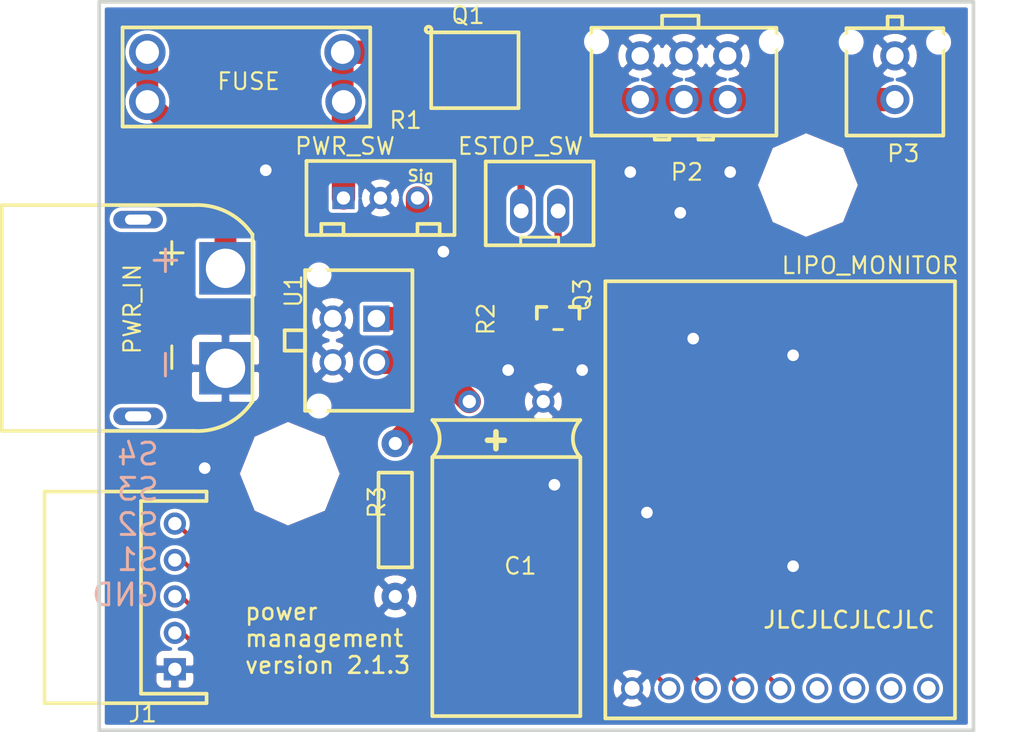
<source format=kicad_pcb>
(kicad_pcb (version 20171130) (host pcbnew 5.1.10-unknown-nightly-202110041836)

  (general
    (thickness 1.6)
    (drawings 9)
    (tracks 85)
    (zones 0)
    (modules 17)
    (nets 13)
  )

  (page A4)
  (layers
    (0 F.Cu signal)
    (31 B.Cu signal)
    (32 B.Adhes user)
    (33 F.Adhes user)
    (34 B.Paste user)
    (35 F.Paste user)
    (36 B.SilkS user)
    (37 F.SilkS user)
    (38 B.Mask user)
    (39 F.Mask user)
    (40 Dwgs.User user)
    (41 Cmts.User user hide)
    (42 Eco1.User user)
    (43 Eco2.User user)
    (44 Edge.Cuts user)
    (45 Margin user)
    (46 B.CrtYd user)
    (47 F.CrtYd user)
    (48 B.Fab user)
    (49 F.Fab user)
  )

  (setup
    (last_trace_width 0.25)
    (trace_clearance 0.2)
    (zone_clearance 0.508)
    (zone_45_only no)
    (trace_min 0.2)
    (via_size 0.8)
    (via_drill 0.4)
    (via_min_size 0.4)
    (via_min_drill 0.3)
    (uvia_size 0.3)
    (uvia_drill 0.1)
    (uvias_allowed no)
    (uvia_min_size 0.2)
    (uvia_min_drill 0.1)
    (edge_width 0.05)
    (segment_width 0.2)
    (pcb_text_width 0.3)
    (pcb_text_size 1.5 1.5)
    (mod_edge_width 0.12)
    (mod_text_size 1 1)
    (mod_text_width 0.15)
    (pad_size 1.524 1.524)
    (pad_drill 0.762)
    (pad_to_mask_clearance 0)
    (aux_axis_origin 0 0)
    (visible_elements FFFFFF7F)
    (pcbplotparams
      (layerselection 0x010fc_ffffffff)
      (usegerberextensions false)
      (usegerberattributes true)
      (usegerberadvancedattributes true)
      (creategerberjobfile true)
      (excludeedgelayer true)
      (linewidth 0.100000)
      (plotframeref false)
      (viasonmask false)
      (mode 1)
      (useauxorigin false)
      (hpglpennumber 1)
      (hpglpenspeed 20)
      (hpglpendiameter 15.000000)
      (psnegative false)
      (psa4output false)
      (plotreference true)
      (plotvalue true)
      (plotinvisibletext false)
      (padsonsilk false)
      (subtractmaskfromsilk false)
      (outputformat 1)
      (mirror false)
      (drillshape 1)
      (scaleselection 1)
      (outputdirectory ""))
  )

  (net 0 "")
  (net 1 GND)
  (net 2 C1_2)
  (net 3 Q1_5)
  (net 4 ESTOP_SW_1)
  (net 5 ESTOP_SW_2)
  (net 6 VCC)
  (net 7 FUSE_1)
  (net 8 J1_3)
  (net 9 J1_2)
  (net 10 J1_4)
  (net 11 J1_5)
  (net 12 R2_2)

  (net_class Default "This is the default net class."
    (clearance 0.2)
    (trace_width 0.25)
    (via_dia 0.8)
    (via_drill 0.4)
    (uvia_dia 0.3)
    (uvia_drill 0.1)
    (add_net C1_2)
    (add_net ESTOP_SW_1)
    (add_net ESTOP_SW_2)
    (add_net FUSE_1)
    (add_net GND)
    (add_net J1_2)
    (add_net J1_3)
    (add_net J1_4)
    (add_net J1_5)
    (add_net Q1_5)
    (add_net R2_2)
    (add_net VCC)
  )

  (module easyeda:SOT-23-3_L2.9-W1.6-P1.90-LS2.8-BR (layer F.Cu) (tedit 0) (tstamp 0)
    (at 31.496 21.59 270)
    (attr smd)
    (fp_text reference Q3 (at -0.234 -1.651 270) (layer F.SilkS)
      (effects (font (size 1.143 1.143) (thickness 0.152)) (justify left))
    )
    (fp_text value 2N7002-7-F (at 13.576 -4.646 90) (layer F.Fab) hide
      (effects (font (size 1.143 1.143) (thickness 0.152)) (justify left))
    )
    (fp_line (start -0.65 -0.8) (end -0.65 -1.46) (layer F.SilkS) (width 0.254))
    (fp_line (start -0.65 -1.46) (end -0.65 -0.8) (layer F.SilkS) (width 0.254))
    (fp_line (start -0.65 -0.8) (end -0.65 -1.46) (layer F.SilkS) (width 0.254))
    (fp_line (start -0.65 -1.46) (end 0.165 -1.46) (layer F.SilkS) (width 0.254))
    (fp_line (start 0.165 1.46) (end -0.65 1.46) (layer F.SilkS) (width 0.254))
    (fp_line (start -0.65 1.46) (end -0.65 0.8) (layer F.SilkS) (width 0.254))
    (fp_line (start 0.9 0.3) (end 0.9 -0.3) (layer F.SilkS) (width 0.2))
    (fp_text user gge200f6e823ef85d95 (at 0 0) (layer Cmts.User)
      (effects (font (size 1 1) (thickness 0.15)))
    )
    (pad 3 smd rect (at -1.25 0 180) (size 0.7 1.25) (layers F.Cu F.Paste F.Mask)
      (net 5 ESTOP_SW_2))
    (pad 2 smd rect (at 1.25 -0.95 180) (size 0.7 1.25) (layers F.Cu F.Paste F.Mask)
      (net 1 GND))
    (pad 1 smd rect (at 1.25 0.95 180) (size 0.7 1.25) (layers F.Cu F.Paste F.Mask)
      (net 12 R2_2))
  )

  (module easyeda:CONN-TH_4P-P3.00-S3.00_L7.4-W9.7-EH9.0 (layer F.Cu) (tedit 0) (tstamp 0)
    (at 17.526 23.241 90)
    (fp_text reference U1 (at 2.159 -4.191 90) (layer F.SilkS)
      (effects (font (size 1.143 1.143) (thickness 0.152)) (justify left))
    )
    (fp_text value 430450412 (at 0 -6.604 90) (layer F.Fab) hide
      (effects (font (size 1.143 1.143) (thickness 0.152)) (justify left))
    )
    (fp_line (start -4.825 -3.4) (end 4.825 -3.4) (layer F.SilkS) (width 0.254))
    (fp_line (start 4.825 -3.4) (end 4.825 3.97) (layer F.SilkS) (width 0.254))
    (fp_line (start 4.825 3.97) (end -4.825 3.97) (layer F.SilkS) (width 0.254))
    (fp_line (start -4.825 3.97) (end -4.825 -3.4) (layer F.SilkS) (width 0.254))
    (fp_line (start -0.7 -4.8) (end 0.7 -4.8) (layer F.SilkS) (width 0.254))
    (fp_line (start 0.7 -4.8) (end 0.7 -3.4) (layer F.SilkS) (width 0.254))
    (fp_line (start 0.7 -3.4) (end -0.7 -3.4) (layer F.SilkS) (width 0.254))
    (fp_line (start -0.7 -3.4) (end -0.7 -4.8) (layer F.SilkS) (width 0.254))
    (fp_text user gge1bdc0ab44f99f92d (at 0 0) (layer Cmts.User)
      (effects (font (size 1 1) (thickness 0.15)))
    )
    (pad "" np_thru_hole circle (at -4.5 -2.44) (size 1.2 1.2) (drill 1.2) (layers *.Cu *.Mask))
    (pad "" np_thru_hole circle (at 4.5 -2.44) (size 1.2 1.2) (drill 1.2) (layers *.Cu *.Mask))
    (pad 1 thru_hole rect (at 1.5 1.5 90) (size 1.8 1.8) (drill 1.2) (layers *.Cu *.Paste *.Mask)
      (net 2 C1_2))
    (pad 2 thru_hole circle (at -1.5 1.5 90) (size 1.8 1.8) (drill 1.2) (layers *.Cu *.Paste *.Mask)
      (net 2 C1_2))
    (pad 3 thru_hole circle (at 1.5 -1.5 90) (size 1.8 1.8) (drill 1.2) (layers *.Cu *.Paste *.Mask)
      (net 1 GND))
    (pad 4 thru_hole circle (at -1.5 -1.5 90) (size 1.8 1.8) (drill 1.2) (layers *.Cu *.Paste *.Mask)
      (net 1 GND))
  )

  (module "easyeda:ELECTROLYTIC CAP HORIZONTAL 10X20MM" (layer F.Cu) (tedit 0) (tstamp 0)
    (at 33.02 28.702 180)
    (fp_text reference C1 (at 5.334 -10.02) (layer F.SilkS)
      (effects (font (size 1.143 1.143) (thickness 0.152)) (justify left))
    )
    (fp_text value + (at 6.985 -1.283 180) (layer F.SilkS)
      (effects (font (size 1.524 1.524) (thickness 0.381)) (justify left))
    )
    (fp_line (start 0 -20.32) (end 0 -2.54) (layer F.SilkS) (width 0.254))
    (fp_line (start 0 -2.54) (end 10.16 -2.54) (layer F.SilkS) (width 0.254))
    (fp_line (start 10.16 -2.54) (end 10.16 -20.32) (layer F.SilkS) (width 0.254))
    (fp_line (start 10.16 -20.32) (end 0 -20.32) (layer F.SilkS) (width 0.254))
    (fp_line (start 0 0) (end 10.16 0) (layer F.SilkS) (width 0.254))
    (fp_arc (start -1.334 -1.27) (end 0 -2.54) (angle 87.206) (layer F.SilkS) (width 0.254))
    (fp_arc (start 11.493 -1.27) (end 10.16 0) (angle 87.206) (layer F.SilkS) (width 0.254))
    (fp_text user ggeb4693cfd16d534cd (at 0 0) (layer Cmts.User)
      (effects (font (size 1 1) (thickness 0.15)))
    )
    (pad 1 thru_hole circle (at 2.54 1.27 180) (size 1.524 1.524) (drill 0.914) (layers *.Cu *.Paste *.Mask)
      (net 1 GND))
    (pad 2 thru_hole circle (at 7.62 1.27 180) (size 1.524 1.524) (drill 0.914) (layers *.Cu *.Paste *.Mask)
      (net 2 C1_2))
  )

  (module "easyeda:JST-XH-3PIN TD" (layer F.Cu) (tedit 0) (tstamp 0)
    (at 16.764 13.462)
    (fp_text reference PWR_SW (at -3.429 -3.556) (layer F.SilkS)
      (effects (font (size 1.143 1.143) (thickness 0.152)) (justify left))
    )
    (fp_text value Sig (at 4.318 -1.524) (layer F.SilkS)
      (effects (font (size 0.762 0.762) (thickness 0.152)) (justify left))
    )
    (fp_line (start -2.54 -2.54) (end 7.62 -2.54) (layer F.SilkS) (width 0.254))
    (fp_line (start 7.62 -2.54) (end 7.62 2.54) (layer F.SilkS) (width 0.254))
    (fp_line (start 7.62 2.54) (end -2.54 2.54) (layer F.SilkS) (width 0.254))
    (fp_line (start -2.54 2.54) (end -2.54 -2.54) (layer F.SilkS) (width 0.254))
    (fp_line (start -1.524 2.54) (end -1.524 1.778) (layer F.SilkS) (width 0.254))
    (fp_line (start -1.524 1.778) (end 0 1.778) (layer F.SilkS) (width 0.254))
    (fp_line (start 0 1.778) (end 0 2.54) (layer F.SilkS) (width 0.254))
    (fp_line (start 0 2.54) (end 6.858 2.54) (layer F.SilkS) (width 0.254))
    (fp_line (start 6.858 2.54) (end 6.604 2.54) (layer F.SilkS) (width 0.254))
    (fp_line (start 6.604 2.54) (end 6.604 1.778) (layer F.SilkS) (width 0.254))
    (fp_line (start 6.604 1.778) (end 5.08 1.778) (layer F.SilkS) (width 0.254))
    (fp_line (start 5.08 1.778) (end 5.08 2.54) (layer F.SilkS) (width 0.254))
    (fp_text user gge3d4b718a1fa5479e (at 0 0) (layer Cmts.User)
      (effects (font (size 1 1) (thickness 0.15)))
    )
    (pad 1 thru_hole rect (at 0 0) (size 1.524 1.524) (drill 0.914) (layers *.Cu *.Paste *.Mask)
      (net 6 VCC))
    (pad 2 thru_hole circle (at 2.54 0) (size 1.524 1.524) (drill 0.914) (layers *.Cu *.Paste *.Mask)
      (net 1 GND))
    (pad 3 thru_hole circle (at 5.08 0) (size 1.524 1.524) (drill 0.914) (layers *.Cu *.Paste *.Mask)
      (net 2 C1_2))
  )

  (module easyeda:SON-8_5MMX6MM (layer F.Cu) (tedit 0) (tstamp 0)
    (at 25.781 4.699)
    (attr smd)
    (fp_text reference Q1 (at -1.715 -3.772) (layer F.SilkS)
      (effects (font (size 1.143 1.143) (thickness 0.152)) (justify left))
    )
    (fp_text value BSC030P03NS3G (at -0.28 -5.22) (layer F.Fab) hide
      (effects (font (size 1.143 1.143) (thickness 0.152)) (justify left))
    )
    (fp_line (start -2.997 -2.54) (end -2.997 -2.605) (layer F.SilkS) (width 0.254))
    (fp_line (start -2.997 -2.605) (end 2.997 -2.605) (layer F.SilkS) (width 0.254))
    (fp_line (start 2.997 -2.605) (end 2.997 2.595) (layer F.SilkS) (width 0.254))
    (fp_line (start 2.997 2.595) (end -2.997 2.595) (layer F.SilkS) (width 0.254))
    (fp_line (start -2.997 2.595) (end -2.997 -2.515) (layer F.SilkS) (width 0.254))
    (fp_circle (center -3.175 -2.794) (end -2.972 -2.794) (layer F.SilkS) (width 0.254))
    (fp_text user ggef76c01de5337d462 (at 0 0) (layer Cmts.User)
      (effects (font (size 1 1) (thickness 0.15)))
    )
    (pad 1 smd rect (at -2.819 -1.905) (size 1 0.749) (layers F.Cu F.Paste F.Mask)
      (net 6 VCC))
    (pad 2 smd rect (at -2.819 -0.635) (size 1 0.749) (layers F.Cu F.Paste F.Mask)
      (net 6 VCC))
    (pad 3 smd rect (at -2.819 0.635) (size 1 0.749) (layers F.Cu F.Paste F.Mask)
      (net 6 VCC))
    (pad 4 smd rect (at -2.819 1.905) (size 1 0.749) (layers F.Cu F.Paste F.Mask)
      (net 4 ESTOP_SW_1))
    (pad 5 smd rect (at 2.819 1.905 180) (size 1 0.749) (layers F.Cu F.Paste F.Mask)
      (net 3 Q1_5))
    (pad 6 smd rect (at 2.819 0.635 180) (size 1 0.749) (layers F.Cu F.Paste F.Mask)
      (net 3 Q1_5))
    (pad 7 smd rect (at 2.819 -0.635 180) (size 1 0.749) (layers F.Cu F.Paste F.Mask)
      (net 3 Q1_5))
    (pad 8 smd rect (at 2.819 -1.905 180) (size 1 0.749) (layers F.Cu F.Paste F.Mask)
      (net 3 Q1_5))
    (pad 9 smd rect (at 0.736 0 180) (size 4.699 4.801) (layers F.Cu F.Paste F.Mask)
      (net 3 Q1_5))
  )

  (module easyeda:3557-2 (layer F.Cu) (tedit 0) (tstamp 0)
    (at 3.302 6.858)
    (fp_text reference FUSE (at 4.699 -1.397) (layer F.SilkS)
      (effects (font (size 1.143 1.143) (thickness 0.152)) (justify left))
    )
    (fp_text value 30A (at 10.8 -7.219) (layer F.Fab) hide
      (effects (font (size 1.143 1.143) (thickness 0.152)) (justify left))
    )
    (fp_line (start -1.7 -5.1) (end 15.3 -5.1) (layer F.SilkS) (width 0.254))
    (fp_line (start 15.3 -5.1) (end 15.3 1.7) (layer F.SilkS) (width 0.254))
    (fp_line (start 15.3 1.7) (end -1.7 1.7) (layer F.SilkS) (width 0.254))
    (fp_line (start -1.7 1.7) (end -1.7 -5.1) (layer F.SilkS) (width 0.254))
    (fp_text user ggeeb7450e8182421bc (at 0 0) (layer Cmts.User)
      (effects (font (size 1 1) (thickness 0.15)))
    )
    (pad 1 thru_hole circle (at 0 0) (size 2.5 2.5) (drill 1.6) (layers *.Cu *.Paste *.Mask)
      (net 7 FUSE_1))
    (pad 1 thru_hole circle (at 0 -3.4) (size 2.5 2.5) (drill 1.6) (layers *.Cu *.Paste *.Mask)
      (net 7 FUSE_1))
    (pad 2 thru_hole circle (at 13.47 0) (size 2.5 2.5) (drill 1.6) (layers *.Cu *.Paste *.Mask)
      (net 6 VCC))
    (pad 2 thru_hole circle (at 13.4 -3.4) (size 2.5 2.5) (drill 1.6) (layers *.Cu *.Paste *.Mask)
      (net 6 VCC))
  )

  (module easyeda:LIPO_BATTERY_TESTER (layer F.Cu) (tedit 0) (tstamp 0)
    (at 46.736 19.177)
    (fp_text reference LIPO_MONITOR (at 0 -1.085) (layer F.SilkS)
      (effects (font (size 1.143 1.143) (thickness 0.152)) (justify left))
    )
    (fp_text value "LiPo Tester" (at 0 -2.118) (layer F.Fab) hide
      (effects (font (size 1.143 1.143) (thickness 0.152)) (justify left))
    )
    (fp_line (start -12 0) (end 12 0) (layer F.SilkS) (width 0.254))
    (fp_line (start 12 0) (end 12 30) (layer F.SilkS) (width 0.254))
    (fp_line (start 12 30) (end -12 30) (layer F.SilkS) (width 0.254))
    (fp_line (start -12 30) (end -12 0) (layer F.SilkS) (width 0.254))
    (fp_text user gge7cedca0b715624b3 (at 0 0) (layer Cmts.User)
      (effects (font (size 1 1) (thickness 0.15)))
    )
    (pad 1 thru_hole circle (at -10.16 27.94) (size 1.524 1.524) (drill 1.02) (layers *.Cu *.Paste *.Mask)
      (net 1 GND))
    (pad 2 thru_hole circle (at -7.62 27.94) (size 1.524 1.524) (drill 1.02) (layers *.Cu *.Paste *.Mask)
      (net 9 J1_2))
    (pad 3 thru_hole circle (at -5.08 27.94) (size 1.524 1.524) (drill 1.02) (layers *.Cu *.Paste *.Mask)
      (net 8 J1_3))
    (pad 4 thru_hole circle (at -2.54 27.94) (size 1.524 1.524) (drill 1.02) (layers *.Cu *.Paste *.Mask)
      (net 10 J1_4))
    (pad 5 thru_hole circle (at 0 27.94) (size 1.524 1.524) (drill 1.02) (layers *.Cu *.Paste *.Mask)
      (net 11 J1_5))
    (pad 6 thru_hole circle (at 2.54 27.94) (size 1.524 1.524) (drill 1.02) (layers *.Cu *.Paste *.Mask))
    (pad 7 thru_hole circle (at 5.08 27.94) (size 1.524 1.524) (drill 1.02) (layers *.Cu *.Paste *.Mask))
    (pad 8 thru_hole circle (at 7.62 27.94) (size 1.524 1.524) (drill 1.02) (layers *.Cu *.Paste *.Mask))
    (pad 9 thru_hole circle (at 10.16 27.94) (size 1.524 1.524) (drill 1.02) (layers *.Cu *.Paste *.Mask))
  )

  (module "easyeda:XT60PW-M PCBLIB" (layer F.Cu) (tedit 0) (tstamp 0)
    (at 10.541 29.464 90)
    (fp_text reference PWR_IN (at 5.179 -8.265 90) (layer F.SilkS)
      (effects (font (size 1.143 1.143) (thickness 0.152)) (justify left))
    )
    (fp_text value XT60PW-M (at 7.62 -19.706 90) (layer F.Fab) hide
      (effects (font (size 1.143 1.143) (thickness 0.152)) (justify left))
    )
    (fp_line (start 0.016 -17.224) (end 15.515 -17.224) (layer F.SilkS) (width 0.254))
    (fp_line (start 15.515 -4.024) (end 15.515 -17.224) (layer F.SilkS) (width 0.254))
    (fp_line (start 2.015 -0.023) (end 13.516 -0.023) (layer F.SilkS) (width 0.254))
    (fp_line (start 0.016 -4.024) (end 0.016 -17.224) (layer F.SilkS) (width 0.254))
    (fp_arc (start 11.005 -3.8) (end 15.51 -4.088) (angle 60.438) (layer F.SilkS) (width 0.254))
    (fp_arc (start 4.521 -3.8) (end 2.048 -0.024) (angle 60.438) (layer F.SilkS) (width 0.254))
    (fp_text user gge027be41b1eb13298 (at 0 0) (layer Cmts.User)
      (effects (font (size 1 1) (thickness 0.15)))
    )
    (pad "" thru_hole oval (at 1.016 -7.874 90) (size 1.2 3.4) (drill oval 0.7 1.8) (layers *.Cu *.Paste *.Mask))
    (pad "" thru_hole oval (at 14.516 -7.874 90) (size 1.2 3.4) (drill oval 0.7 1.8) (layers *.Cu *.Paste *.Mask))
    (pad 1 thru_hole rect (at 4.315 -1.874 90) (size 3.6 3.6) (drill 2.7) (layers *.Cu *.Paste *.Mask)
      (net 1 GND))
    (pad 2 thru_hole rect (at 11.173 -1.874 90) (size 3.6 3.6) (drill 2.7) (layers *.Cu *.Paste *.Mask)
      (net 7 FUSE_1))
  )

  (module easyeda:0603-RES (layer F.Cu) (tedit 0) (tstamp 0)
    (at 27.178 21.971 270)
    (attr smd)
    (fp_text reference R2 (at 1.016 0.635 90) (layer F.SilkS)
      (effects (font (size 1.143 1.143) (thickness 0.152)) (justify left))
    )
    (fp_text value 1k (at 0 -1.679 270) (layer F.Fab) hide
      (effects (font (size 1.143 1.143) (thickness 0.152)) (justify left))
    )
    (fp_line (start -0.356 -0.432) (end 0.356 -0.432) (layer Cmts.User) (width 0.254))
    (fp_line (start -0.356 0.406) (end 0.356 0.406) (layer Cmts.User) (width 0.254))
    (fp_text user gge6f63fc6711cfa315 (at 0 0) (layer Cmts.User)
      (effects (font (size 1 1) (thickness 0.15)))
    )
    (pad 1 smd rect (at -0.838 0 270) (size 1.1 1.001) (layers F.Cu F.Paste F.Mask)
      (net 2 C1_2))
    (pad 2 smd rect (at 0.838 0 270) (size 1.1 1.001) (layers F.Cu F.Paste F.Mask)
      (net 12 R2_2))
  )

  (module easyeda:0603-RES (layer F.Cu) (tedit 0) (tstamp 0)
    (at 22.098 8.763)
    (attr smd)
    (fp_text reference R1 (at -2.286 -0.635) (layer F.SilkS)
      (effects (font (size 1.143 1.143) (thickness 0.152)) (justify left))
    )
    (fp_text value 10k (at 0 -2.619) (layer F.Fab) hide
      (effects (font (size 1.143 1.143) (thickness 0.152)) (justify left))
    )
    (fp_line (start -0.356 -0.432) (end 0.356 -0.432) (layer Cmts.User) (width 0.254))
    (fp_line (start -0.356 0.406) (end 0.356 0.406) (layer Cmts.User) (width 0.254))
    (fp_text user gge353b166cc2dee846 (at 0 0) (layer Cmts.User)
      (effects (font (size 1 1) (thickness 0.15)))
    )
    (pad 1 smd rect (at -0.838 0) (size 1.1 1.001) (layers F.Cu F.Paste F.Mask)
      (net 6 VCC))
    (pad 2 smd rect (at 0.838 0) (size 1.1 1.001) (layers F.Cu F.Paste F.Mask)
      (net 4 ESTOP_SW_1))
  )

  (module easyeda:JST-XH-S5B-XH-A (layer F.Cu) (tedit 0) (tstamp 0)
    (at 7.493 48.26 180)
    (fp_text reference J1 (at 5.588 -0.597) (layer F.SilkS)
      (effects (font (size 1.143 1.143) (thickness 0.152)) (justify left))
    )
    (fp_text value "S5B-XH-A(LF)(SN)" (at 5.588 -1.994 180) (layer F.Fab) hide
      (effects (font (size 1.143 1.143) (thickness 0.152)) (justify left))
    )
    (fp_line (start 0.124 14.001) (end 4.625 14.001) (layer F.SilkS) (width 0.25))
    (fp_line (start 0.125 14.001) (end 0.125 14.65) (layer F.SilkS) (width 0.25))
    (fp_line (start 4.625 0.775) (end 4.625 14.001) (layer F.SilkS) (width 0.25))
    (fp_line (start 0.124 0.124) (end 0.124 0.775) (layer F.SilkS) (width 0.25))
    (fp_line (start 0.125 0.125) (end 11.25 0.125) (layer F.SilkS) (width 0.25))
    (fp_line (start 11.25 0.125) (end 11.25 14.65) (layer F.SilkS) (width 0.25))
    (fp_line (start 0.124 0.775) (end 4.625 0.775) (layer F.SilkS) (width 0.25))
    (fp_line (start 0.125 14.65) (end 11.25 14.65) (layer F.SilkS) (width 0.25))
    (fp_text user gge51bfc0e5166a1c40 (at 0 0) (layer Cmts.User)
      (effects (font (size 1 1) (thickness 0.15)))
    )
    (pad 4 thru_hole circle (at 2.3 9.95 180) (size 1.524 1.524) (drill 0.91) (layers *.Cu *.Paste *.Mask)
      (net 10 J1_4))
    (pad 3 thru_hole circle (at 2.3 7.45 180) (size 1.524 1.524) (drill 0.91) (layers *.Cu *.Paste *.Mask)
      (net 8 J1_3))
    (pad 2 thru_hole circle (at 2.3 4.95 180) (size 1.524 1.524) (drill 0.91) (layers *.Cu *.Paste *.Mask)
      (net 9 J1_2))
    (pad 1 thru_hole rect (at 2.3 2.45 180) (size 1.524 1.524) (drill 0.91) (layers *.Cu *.Paste *.Mask)
      (net 1 GND))
    (pad 5 thru_hole circle (at 2.3 12.45 180) (size 1.524 1.524) (drill 0.914) (layers *.Cu *.Paste *.Mask)
      (net 11 J1_5))
  )

  (module easyeda:430450212 (layer F.Cu) (tedit 0) (tstamp 0)
    (at 54.61 5.207)
    (fp_text reference P3 (at -0.635 5.207) (layer F.SilkS)
      (effects (font (size 1.143 1.143) (thickness 0.152)) (justify left))
    )
    (fp_text value 430450212 (at 1.245 -6.431) (layer F.Fab) hide
      (effects (font (size 1.143 1.143) (thickness 0.152)) (justify left))
    )
    (fp_line (start -3.325 -3.4) (end 3.325 -3.4) (layer F.SilkS) (width 0.254))
    (fp_line (start 3.325 -3.4) (end 3.325 3.97) (layer F.SilkS) (width 0.254))
    (fp_line (start 3.325 3.97) (end -3.325 3.97) (layer F.SilkS) (width 0.254))
    (fp_line (start -3.325 3.97) (end -3.325 -3.4) (layer F.SilkS) (width 0.254))
    (fp_line (start -0.5 -4.191) (end 0.5 -4.191) (layer F.SilkS) (width 0.254))
    (fp_line (start 0.5 -4.191) (end 0.5 -3.391) (layer F.SilkS) (width 0.254))
    (fp_line (start 0.5 -3.391) (end -0.5 -3.391) (layer F.SilkS) (width 0.254))
    (fp_line (start -0.5 -3.391) (end -0.5 -4.191) (layer F.SilkS) (width 0.254))
    (fp_text user gge1bc31e334497ec54 (at 0 0) (layer Cmts.User)
      (effects (font (size 1 1) (thickness 0.15)))
    )
    (pad "" np_thru_hole circle (at 3 -2.44) (size 1.2 1.2) (drill 1.2) (layers *.Cu *.Mask))
    (pad "" np_thru_hole circle (at -3 -2.44) (size 1.2 1.2) (drill 1.2) (layers *.Cu *.Mask))
    (pad 1 thru_hole circle (at 0 -1.5 270) (size 2 2) (drill 1.2) (layers *.Cu *.Paste *.Mask)
      (net 1 GND))
    (pad 2 thru_hole circle (at 0 1.5 270) (size 2 2) (drill 1.2) (layers *.Cu *.Paste *.Mask)
      (net 3 Q1_5))
  )

  (module easyeda:430450627 (layer F.Cu) (tedit 0) (tstamp 0)
    (at 40.132 5.207)
    (fp_text reference P2 (at -1.016 6.477) (layer F.SilkS)
      (effects (font (size 1.143 1.143) (thickness 0.152)) (justify left))
    )
    (fp_text value 430450627 (at -0.027 -5.803) (layer F.Fab) hide
      (effects (font (size 1.143 1.143) (thickness 0.152)) (justify left))
    )
    (fp_line (start -6.351 -3.429) (end 6.304 -3.429) (layer F.SilkS) (width 0.254))
    (fp_line (start 6.349 -3.429) (end 6.349 3.973) (layer F.SilkS) (width 0.254))
    (fp_line (start -6.351 3.973) (end -6.351 -3.429) (layer F.SilkS) (width 0.254))
    (fp_line (start -1.5 -3.5) (end -1.5 -4.25) (layer F.SilkS) (width 0.254))
    (fp_line (start -1.5 -4.25) (end 1 -4.25) (layer F.SilkS) (width 0.254))
    (fp_line (start 1 -4.25) (end 1 -3.5) (layer F.SilkS) (width 0.254))
    (fp_line (start -2 4) (end -2 4.251) (layer F.SilkS) (width 0.254))
    (fp_line (start -2 4.251) (end -1.749 4.251) (layer F.SilkS) (width 0.254))
    (fp_line (start -1.749 4.251) (end -0.999 4.251) (layer F.SilkS) (width 0.254))
    (fp_line (start -0.999 4.251) (end -0.999 4) (layer F.SilkS) (width 0.254))
    (fp_line (start 1 4) (end 1 4.251) (layer F.SilkS) (width 0.254))
    (fp_line (start 1 4.251) (end 1.251 4.251) (layer F.SilkS) (width 0.254))
    (fp_line (start 1.251 4.251) (end 2.001 4.251) (layer F.SilkS) (width 0.254))
    (fp_line (start 2.001 4.251) (end 2.001 4) (layer F.SilkS) (width 0.254))
    (fp_line (start 6.327 3.97) (end -6.327 3.97) (layer F.SilkS) (width 0.254))
    (fp_text user gge16cbebb8866e1842 (at 0 0) (layer Cmts.User)
      (effects (font (size 1 1) (thickness 0.15)))
    )
    (pad "" np_thru_hole circle (at -6 -2.476) (size 1.2 1.2) (drill 1.2) (layers *.Cu *.Mask))
    (pad "" np_thru_hole circle (at 5.998 -2.476) (size 1.2 1.2) (drill 1.2) (layers *.Cu *.Mask))
    (pad 6 thru_hole circle (at -3 -1.5) (size 2 2) (drill 1.2) (layers *.Cu *.Paste *.Mask)
      (net 1 GND))
    (pad 3 thru_hole circle (at -3 1.5) (size 2 2) (drill 1.2) (layers *.Cu *.Paste *.Mask)
      (net 3 Q1_5))
    (pad 5 thru_hole circle (at 0 -1.5) (size 2 2) (drill 1.2) (layers *.Cu *.Paste *.Mask)
      (net 1 GND))
    (pad 2 thru_hole circle (at 0 1.5) (size 2 2) (drill 1.2) (layers *.Cu *.Paste *.Mask)
      (net 3 Q1_5))
    (pad 4 thru_hole circle (at 3 -1.5) (size 2 2) (drill 1.2) (layers *.Cu *.Paste *.Mask)
      (net 1 GND))
    (pad 1 thru_hole circle (at 3 1.5) (size 2 2) (drill 1.2) (layers *.Cu *.Paste *.Mask)
      (net 3 Q1_5))
  )

  (module easyeda:JST-XH-02-PACKAGE-LONG-PAD (layer F.Cu) (tedit 0) (tstamp 0)
    (at 31.496 14.351)
    (fp_text reference ESTOP_SW (at -6.985 -4.445) (layer F.SilkS)
      (effects (font (size 1.143 1.143) (thickness 0.152)) (justify left))
    )
    (fp_text value 1 (at -4.137 0.979) (layer Cmts.User)
      (effects (font (size 1.016 1.016) (thickness 0.102)) (justify left))
    )
    (fp_line (start 2.43 2.357) (end 2.43 -3.392) (layer F.SilkS) (width 0.254))
    (fp_line (start 2.43 -3.392) (end -4.97 -3.392) (layer F.SilkS) (width 0.254))
    (fp_line (start -4.97 -3.392) (end -4.97 2.357) (layer F.SilkS) (width 0.254))
    (fp_line (start -4.97 2.357) (end 2.43 2.357) (layer F.SilkS) (width 0.254))
    (fp_line (start -2.57 2.3) (end -2.57 1.8) (layer F.SilkS) (width 0.2))
    (fp_line (start -2.57 1.8) (end 0.03 1.8) (layer F.SilkS) (width 0.2))
    (fp_line (start 0.03 1.8) (end 0.03 2.3) (layer F.SilkS) (width 0.2))
    (fp_text user ggea7e2b6792bac56df (at 0 0) (layer Cmts.User)
      (effects (font (size 1 1) (thickness 0.15)))
    )
    (pad 2 thru_hole oval (at 0 0 90) (size 3.048 1.524) (drill oval 1.016 1.021) (layers *.Cu *.Paste *.Mask)
      (net 5 ESTOP_SW_2))
    (pad 1 thru_hole oval (at -2.54 0 90) (size 3.048 1.524) (drill oval 1.016 1.021) (layers *.Cu *.Paste *.Mask)
      (net 4 ESTOP_SW_1))
  )

  (module easyeda:RES-TH_BD2.3-L6.5-P10.50-D0.5 (layer F.Cu) (tedit 0) (tstamp 0)
    (at 20.32 35.56 90)
    (fp_text reference R3 (at 0 -1.27 90) (layer F.SilkS)
      (effects (font (size 1.143 1.143) (thickness 0.152)) (justify left))
    )
    (fp_text value 1.2K (at 0 -3.048 90) (layer F.Fab) hide
      (effects (font (size 1.143 1.143) (thickness 0.152)) (justify left))
    )
    (fp_line (start -3.25 1.15) (end -3.25 -1.15) (layer F.SilkS) (width 0.254))
    (fp_line (start -3.25 -1.15) (end 3.25 -1.15) (layer F.SilkS) (width 0.254))
    (fp_line (start 3.25 -1.12) (end 3.25 1.12) (layer F.SilkS) (width 0.254))
    (fp_line (start 3.25 1.15) (end -3.25 1.15) (layer F.SilkS) (width 0.254))
    (fp_text user ggefe89d0632cfce75f (at 0 0) (layer Cmts.User)
      (effects (font (size 1 1) (thickness 0.15)))
    )
    (pad 1 thru_hole circle (at -5.25 0 90) (size 1.88 1.88) (drill 0.899) (layers *.Cu *.Paste *.Mask)
      (net 1 GND))
    (pad 2 thru_hole circle (at 5.25 0 90) (size 1.88 1.88) (drill 0.899) (layers *.Cu *.Paste *.Mask)
      (net 2 C1_2))
  )

  (module AutoGenerated:MountingHole_3.50mm (layer F.Cu) (tedit 0) (tstamp 0)
    (at 13.208 32.385)
    (attr virtual)
    (fp_text reference "" (at 0 0) (layer F.SilkS)
      (effects (font (size 1.27 1.27) (thickness 0.15)))
    )
    (fp_text value "" (at 0 0) (layer F.SilkS)
      (effects (font (size 1.27 1.27) (thickness 0.15)))
    )
    (pad "" np_thru_hole circle (at 0 0) (size 3.5 3.5) (drill 3.5) (layers *.Cu *.Mask))
  )

  (module AutoGenerated:MountingHole_3.50mm (layer F.Cu) (tedit 0) (tstamp 0)
    (at 48.768 12.573)
    (attr virtual)
    (fp_text reference "" (at 0 0) (layer F.SilkS)
      (effects (font (size 1.27 1.27) (thickness 0.15)))
    )
    (fp_text value "" (at 0 0) (layer F.SilkS)
      (effects (font (size 1.27 1.27) (thickness 0.15)))
    )
    (pad "" np_thru_hole circle (at 0 0) (size 3.5 3.5) (drill 3.5) (layers *.Cu *.Mask))
  )

  (gr_text "-   +" (at 4.699 26.289 -90) (layer B.SilkS)
    (effects (font (size 2.032 2.032) (thickness 0.203)) (justify left mirror))
  )
  (gr_text "S4\nS3\nS2\nS1\nGND" (at 4.213 35.87) (layer B.SilkS)
    (effects (font (size 1.5 1.5) (thickness 0.203)) (justify left mirror))
  )
  (gr_line (start 0 0) (end 60 0) (layer Edge.Cuts) (width 0.254))
  (gr_line (start 60 0) (end 60 50) (layer Edge.Cuts) (width 0.254))
  (gr_line (start 60 50) (end 0 50) (layer Edge.Cuts) (width 0.254))
  (gr_line (start 0 50) (end 0 0) (layer Edge.Cuts) (width 0.254))
  (gr_text "-   +" (at 4.826 25.781 90) (layer F.SilkS)
    (effects (font (size 2.032 2.032) (thickness 0.203)) (justify left))
  )
  (gr_text "power\nmanagement\nversion 2.1.3" (at 9.906 43.688) (layer F.SilkS)
    (effects (font (size 1.143 1.143) (thickness 0.178)) (justify left))
  )
  (gr_text JLCJLCJLCJLC (at 45.466 42.418) (layer F.SilkS)
    (effects (font (size 1.143 1.143) (thickness 0.178)) (justify left))
  )

  (via (at 37.592 35.052) (size 1.2) (drill 0.8) (layers F.Cu B.Cu) (net 1))
  (via (at 47.625 38.735) (size 1.2) (drill 0.8) (layers F.Cu B.Cu) (net 1))
  (via (at 47.625 24.257) (size 1.2) (drill 0.8) (layers F.Cu B.Cu) (net 1))
  (via (at 33.147 25.273) (size 1.2) (drill 0.8) (layers F.Cu B.Cu) (net 1))
  (via (at 40.767 23.114) (size 1.2) (drill 0.8) (layers F.Cu B.Cu) (net 1))
  (via (at 11.43 11.557) (size 1.2) (drill 0.8) (layers F.Cu B.Cu) (net 1))
  (via (at 43.307 11.684) (size 1.2) (drill 0.8) (layers F.Cu B.Cu) (net 1))
  (via (at 36.449 11.684) (size 1.2) (drill 0.8) (layers F.Cu B.Cu) (net 1))
  (via (at 39.878 14.478) (size 1.2) (drill 0.8) (layers F.Cu B.Cu) (net 1))
  (via (at 23.622 17.145) (size 1.2) (drill 0.8) (layers F.Cu B.Cu) (net 1))
  (via (at 7.239 32.004) (size 1.2) (drill 0.8) (layers F.Cu B.Cu) (net 1))
  (via (at 31.242 33.147) (size 1.2) (drill 0.8) (layers F.Cu B.Cu) (net 1))
  (via (at 28.067 25.273) (size 1.2) (drill 0.8) (layers F.Cu B.Cu) (net 1))
  (segment (start 19.026 21.741) (end 21.786 21.741) (width 1.6) (layer F.Cu) (net 2))
  (segment (start 21.786 21.741) (end 21.844 21.684) (width 1.6) (layer F.Cu) (net 2))
  (segment (start 19.026 24.741) (end 22.255 24.741) (width 1.6) (layer F.Cu) (net 2))
  (segment (start 22.255 24.741) (end 22.482 24.514) (width 1.6) (layer F.Cu) (net 2))
  (segment (start 21.844 13.462) (end 21.844 23.876) (width 1.6) (layer F.Cu) (net 2))
  (segment (start 21.844 23.876) (end 25.4 27.432) (width 1.6) (layer F.Cu) (net 2))
  (segment (start 27.178 21.133) (end 24.892 18.847) (width 0.5) (layer F.Cu) (net 2))
  (segment (start 24.892 18.847) (end 21.92 18.847) (width 0.5) (layer F.Cu) (net 2))
  (segment (start 21.92 18.847) (end 21.844 18.923) (width 0.5) (layer F.Cu) (net 2))
  (segment (start 20.32 30.31) (end 21.844 28.786) (width 1.6) (layer F.Cu) (net 2))
  (segment (start 21.844 28.786) (end 21.844 24.741) (width 1.6) (layer F.Cu) (net 2))
  (segment (start 40.132 6.707) (end 43.132 6.707) (width 1.6) (layer F.Cu) (net 3))
  (segment (start 37.132 6.707) (end 40.132 6.707) (width 1.6) (layer F.Cu) (net 3))
  (segment (start 43.132 6.707) (end 54.61 6.707) (width 1.6) (layer F.Cu) (net 3))
  (segment (start 30.226 5.334) (end 31.599 6.707) (width 1.6) (layer F.Cu) (net 3))
  (segment (start 31.599 6.707) (end 37.132 6.707) (width 1.6) (layer F.Cu) (net 3))
  (segment (start 30.226 3.175) (end 30.226 6.223) (width 1.6) (layer F.Cu) (net 3))
  (segment (start 28.6 6.604) (end 30.226 6.604) (width 0.8) (layer F.Cu) (net 3))
  (segment (start 28.6 5.334) (end 30.226 5.334) (width 0.8) (layer F.Cu) (net 3))
  (segment (start 26.517 4.699) (end 27.152 5.334) (width 0.8) (layer F.Cu) (net 3))
  (segment (start 27.152 5.334) (end 28.6 5.334) (width 0.8) (layer F.Cu) (net 3))
  (segment (start 28.6 2.794) (end 30.226 2.794) (width 0.8) (layer F.Cu) (net 3))
  (segment (start 28.6 4.064) (end 30.226 4.064) (width 0.8) (layer F.Cu) (net 3))
  (segment (start 28.956 14.351) (end 28.956 11.557) (width 0.5) (layer F.Cu) (net 4))
  (segment (start 28.956 11.557) (end 26.162 8.763) (width 0.5) (layer F.Cu) (net 4))
  (segment (start 26.162 8.763) (end 22.936 8.763) (width 0.5) (layer F.Cu) (net 4))
  (segment (start 22.961 6.604) (end 22.961 8.738) (width 0.5) (layer F.Cu) (net 4))
  (segment (start 22.961 8.738) (end 22.936 8.763) (width 0.5) (layer F.Cu) (net 4))
  (segment (start 31.496 20.34) (end 31.496 14.478) (width 0.5) (layer F.Cu) (net 5))
  (segment (start 31.496 14.478) (end 31.623 14.351) (width 0.5) (layer F.Cu) (net 5))
  (segment (start 21.26 8.763) (end 21.26 4.826) (width 0.5) (layer F.Cu) (net 6))
  (segment (start 21.59 3.175) (end 21.59 4.826) (width 1.6) (layer F.Cu) (net 6))
  (segment (start 21.59 4.826) (end 21.59 3.458) (width 1.6) (layer F.Cu) (net 6))
  (segment (start 21.59 3.458) (end 16.702 3.458) (width 1.6) (layer F.Cu) (net 6))
  (segment (start 16.764 6.858) (end 16.764 6.866) (width 1.6) (layer F.Cu) (net 6))
  (segment (start 16.764 6.866) (end 16.764 13.462) (width 1.6) (layer F.Cu) (net 6))
  (segment (start 22.961 5.334) (end 21.717 5.334) (width 0.8) (layer F.Cu) (net 6))
  (segment (start 22.961 4.064) (end 21.59 4.064) (width 0.8) (layer F.Cu) (net 6))
  (segment (start 22.961 2.794) (end 21.59 2.794) (width 0.8) (layer F.Cu) (net 6))
  (segment (start 16.703 3.457) (end 16.703 6.789) (width 1.5) (layer F.Cu) (net 6))
  (segment (start 3.302 6.858) (end 8.667 12.223) (width 1.5) (layer F.Cu) (net 7))
  (segment (start 8.667 12.223) (end 8.667 18.291) (width 1.5) (layer F.Cu) (net 7))
  (segment (start 3.302 3.458) (end 3.302 6.858) (width 1.5) (layer F.Cu) (net 7))
  (segment (start 3.302 6.858) (end 3.937 7.493) (width 1.5) (layer F.Cu) (net 7))
  (segment (start 11.43 46.101) (end 10.922 46.101) (width 0.3) (layer F.Cu) (net 8))
  (segment (start 10.922 46.101) (end 5.631 40.81) (width 0.3) (layer F.Cu) (net 8))
  (segment (start 5.631 40.81) (end 5.194 40.81) (width 0.3) (layer F.Cu) (net 8))
  (segment (start 11.43 46.101) (end 25.146 46.101) (width 0.3) (layer F.Cu) (net 8))
  (segment (start 25.146 46.101) (end 28.575 42.672) (width 0.3) (layer F.Cu) (net 8))
  (segment (start 28.575 42.672) (end 37.211 42.672) (width 0.3) (layer F.Cu) (net 8))
  (segment (start 37.211 42.672) (end 41.656 47.117) (width 0.3) (layer F.Cu) (net 8))
  (segment (start 5.194 43.31) (end 5.718 43.31) (width 0.3) (layer F.Cu) (net 9))
  (segment (start 5.718 43.31) (end 9.906 47.498) (width 0.3) (layer F.Cu) (net 9))
  (segment (start 9.906 47.498) (end 26.162 47.498) (width 0.3) (layer F.Cu) (net 9))
  (segment (start 26.162 47.498) (end 29.591 44.069) (width 0.3) (layer F.Cu) (net 9))
  (segment (start 29.591 44.069) (end 36.068 44.069) (width 0.3) (layer F.Cu) (net 9))
  (segment (start 36.068 44.069) (end 39.116 47.117) (width 0.3) (layer F.Cu) (net 9))
  (segment (start 44.196 47.117) (end 38.481 41.402) (width 0.3) (layer F.Cu) (net 10))
  (segment (start 38.481 41.402) (end 27.432 41.402) (width 0.3) (layer F.Cu) (net 10))
  (segment (start 27.432 41.402) (end 24.384 44.45) (width 0.3) (layer F.Cu) (net 10))
  (segment (start 24.384 44.45) (end 11.811 44.45) (width 0.3) (layer F.Cu) (net 10))
  (segment (start 11.811 44.45) (end 5.672 38.311) (width 0.3) (layer F.Cu) (net 10))
  (segment (start 5.672 38.311) (end 5.194 38.311) (width 0.3) (layer F.Cu) (net 10))
  (segment (start 46.736 47.117) (end 39.497 39.878) (width 0.3) (layer F.Cu) (net 11))
  (segment (start 39.497 39.878) (end 26.543 39.878) (width 0.3) (layer F.Cu) (net 11))
  (segment (start 26.543 39.878) (end 23.622 42.799) (width 0.3) (layer F.Cu) (net 11))
  (segment (start 23.622 42.799) (end 12.319 42.799) (width 0.3) (layer F.Cu) (net 11))
  (segment (start 12.319 42.799) (end 5.33 35.81) (width 0.3) (layer F.Cu) (net 11))
  (segment (start 5.33 35.81) (end 5.193 35.81) (width 0.3) (layer F.Cu) (net 11))
  (segment (start 27.178 22.809) (end 30.226 22.809) (width 0.5) (layer F.Cu) (net 12))
  (segment (start 30.226 22.809) (end 30.256 22.84) (width 0.5) (layer F.Cu) (net 12))
  (segment (start 30.256 22.84) (end 30.546 22.84) (width 0.5) (layer F.Cu) (net 12))

  (zone (net 0) (net_name "") (layer B.Cu) (tstamp 0) (hatch edge 0.508)
    (connect_pads (clearance 0.508))
    (min_thickness 0.254)
    (keepout (tracks allowed) (vias allowed) (copperpour not_allowed))
    (fill (arc_segments 32) (thermal_gap 0.508) (thermal_bridge_width 0.508))
    (polygon
      (pts
        (xy 48.514 9.017) (xy 51.054 10.033) (xy 52.07 12.573) (xy 51.054 15.113) (xy 48.514 16.129)
        (xy 46.228 15.113) (xy 45.212 12.573) (xy 46.228 10.033)
      )
    )
  )
  (zone (net 0) (net_name "") (layer B.Cu) (tstamp 0) (hatch edge 0.508)
    (connect_pads (clearance 0.508))
    (min_thickness 0.254)
    (keepout (tracks allowed) (vias allowed) (copperpour not_allowed))
    (fill (arc_segments 32) (thermal_gap 0.508) (thermal_bridge_width 0.508))
    (polygon
      (pts
        (xy 12.954 28.829) (xy 15.494 29.845) (xy 16.51 32.385) (xy 15.494 34.925) (xy 12.954 35.941)
        (xy 10.668 34.925) (xy 9.652 32.385) (xy 10.668 29.845)
      )
    )
  )
  (zone (net 1) (net_name GND) (layer B.Cu) (tstamp 615C349D) (hatch edge 0.508)
    (connect_pads (clearance 0.254))
    (min_thickness 0.254)
    (fill yes (arc_segments 32) (thermal_gap 0.508) (thermal_bridge_width 0.508))
    (polygon
      (pts
        (xy 0 0) (xy 60 0) (xy 60 50.038) (xy 0 50)
      )
    )
    (filled_polygon
      (pts
        (xy 59.492001 49.492) (xy 0.508 49.492) (xy 0.508 48.082565) (xy 35.79004 48.082565) (xy 35.85702 48.322656)
        (xy 36.106048 48.439756) (xy 36.373135 48.506023) (xy 36.648017 48.51891) (xy 36.920133 48.477922) (xy 37.179023 48.384636)
        (xy 37.29498 48.322656) (xy 37.36196 48.082565) (xy 36.576 47.296605) (xy 35.79004 48.082565) (xy 0.508 48.082565)
        (xy 0.508 46.572) (xy 3.792928 46.572) (xy 3.805188 46.696482) (xy 3.841498 46.81618) (xy 3.900463 46.926494)
        (xy 3.979815 47.023185) (xy 4.076506 47.102537) (xy 4.18682 47.161502) (xy 4.306518 47.197812) (xy 4.431 47.210072)
        (xy 4.90725 47.207) (xy 5.066 47.04825) (xy 5.066 45.937) (xy 5.32 45.937) (xy 5.32 47.04825)
        (xy 5.47875 47.207) (xy 5.955 47.210072) (xy 6.079482 47.197812) (xy 6.108475 47.189017) (xy 35.17409 47.189017)
        (xy 35.215078 47.461133) (xy 35.308364 47.720023) (xy 35.370344 47.83598) (xy 35.610435 47.90296) (xy 36.396395 47.117)
        (xy 36.755605 47.117) (xy 37.541565 47.90296) (xy 37.781656 47.83598) (xy 37.898756 47.586952) (xy 37.965023 47.319865)
        (xy 37.973 47.149714) (xy 37.973 47.229576) (xy 38.016925 47.450401) (xy 38.103087 47.658413) (xy 38.228174 47.84562)
        (xy 38.38738 48.004826) (xy 38.574587 48.129913) (xy 38.782599 48.216075) (xy 39.003424 48.26) (xy 39.228576 48.26)
        (xy 39.449401 48.216075) (xy 39.657413 48.129913) (xy 39.84462 48.004826) (xy 40.003826 47.84562) (xy 40.128913 47.658413)
        (xy 40.215075 47.450401) (xy 40.259 47.229576) (xy 40.259 47.004424) (xy 40.513 47.004424) (xy 40.513 47.229576)
        (xy 40.556925 47.450401) (xy 40.643087 47.658413) (xy 40.768174 47.84562) (xy 40.92738 48.004826) (xy 41.114587 48.129913)
        (xy 41.322599 48.216075) (xy 41.543424 48.26) (xy 41.768576 48.26) (xy 41.989401 48.216075) (xy 42.197413 48.129913)
        (xy 42.38462 48.004826) (xy 42.543826 47.84562) (xy 42.668913 47.658413) (xy 42.755075 47.450401) (xy 42.799 47.229576)
        (xy 42.799 47.004424) (xy 43.053 47.004424) (xy 43.053 47.229576) (xy 43.096925 47.450401) (xy 43.183087 47.658413)
        (xy 43.308174 47.84562) (xy 43.46738 48.004826) (xy 43.654587 48.129913) (xy 43.862599 48.216075) (xy 44.083424 48.26)
        (xy 44.308576 48.26) (xy 44.529401 48.216075) (xy 44.737413 48.129913) (xy 44.92462 48.004826) (xy 45.083826 47.84562)
        (xy 45.208913 47.658413) (xy 45.295075 47.450401) (xy 45.339 47.229576) (xy 45.339 47.004424) (xy 45.593 47.004424)
        (xy 45.593 47.229576) (xy 45.636925 47.450401) (xy 45.723087 47.658413) (xy 45.848174 47.84562) (xy 46.00738 48.004826)
        (xy 46.194587 48.129913) (xy 46.402599 48.216075) (xy 46.623424 48.26) (xy 46.848576 48.26) (xy 47.069401 48.216075)
        (xy 47.277413 48.129913) (xy 47.46462 48.004826) (xy 47.623826 47.84562) (xy 47.748913 47.658413) (xy 47.835075 47.450401)
        (xy 47.879 47.229576) (xy 47.879 47.004424) (xy 48.133 47.004424) (xy 48.133 47.229576) (xy 48.176925 47.450401)
        (xy 48.263087 47.658413) (xy 48.388174 47.84562) (xy 48.54738 48.004826) (xy 48.734587 48.129913) (xy 48.942599 48.216075)
        (xy 49.163424 48.26) (xy 49.388576 48.26) (xy 49.609401 48.216075) (xy 49.817413 48.129913) (xy 50.00462 48.004826)
        (xy 50.163826 47.84562) (xy 50.288913 47.658413) (xy 50.375075 47.450401) (xy 50.419 47.229576) (xy 50.419 47.004424)
        (xy 50.673 47.004424) (xy 50.673 47.229576) (xy 50.716925 47.450401) (xy 50.803087 47.658413) (xy 50.928174 47.84562)
        (xy 51.08738 48.004826) (xy 51.274587 48.129913) (xy 51.482599 48.216075) (xy 51.703424 48.26) (xy 51.928576 48.26)
        (xy 52.149401 48.216075) (xy 52.357413 48.129913) (xy 52.54462 48.004826) (xy 52.703826 47.84562) (xy 52.828913 47.658413)
        (xy 52.915075 47.450401) (xy 52.959 47.229576) (xy 52.959 47.004424) (xy 53.213 47.004424) (xy 53.213 47.229576)
        (xy 53.256925 47.450401) (xy 53.343087 47.658413) (xy 53.468174 47.84562) (xy 53.62738 48.004826) (xy 53.814587 48.129913)
        (xy 54.022599 48.216075) (xy 54.243424 48.26) (xy 54.468576 48.26) (xy 54.689401 48.216075) (xy 54.897413 48.129913)
        (xy 55.08462 48.004826) (xy 55.243826 47.84562) (xy 55.368913 47.658413) (xy 55.455075 47.450401) (xy 55.499 47.229576)
        (xy 55.499 47.004424) (xy 55.753 47.004424) (xy 55.753 47.229576) (xy 55.796925 47.450401) (xy 55.883087 47.658413)
        (xy 56.008174 47.84562) (xy 56.16738 48.004826) (xy 56.354587 48.129913) (xy 56.562599 48.216075) (xy 56.783424 48.26)
        (xy 57.008576 48.26) (xy 57.229401 48.216075) (xy 57.437413 48.129913) (xy 57.62462 48.004826) (xy 57.783826 47.84562)
        (xy 57.908913 47.658413) (xy 57.995075 47.450401) (xy 58.039 47.229576) (xy 58.039 47.004424) (xy 57.995075 46.783599)
        (xy 57.908913 46.575587) (xy 57.783826 46.38838) (xy 57.62462 46.229174) (xy 57.437413 46.104087) (xy 57.229401 46.017925)
        (xy 57.008576 45.974) (xy 56.783424 45.974) (xy 56.562599 46.017925) (xy 56.354587 46.104087) (xy 56.16738 46.229174)
        (xy 56.008174 46.38838) (xy 55.883087 46.575587) (xy 55.796925 46.783599) (xy 55.753 47.004424) (xy 55.499 47.004424)
        (xy 55.455075 46.783599) (xy 55.368913 46.575587) (xy 55.243826 46.38838) (xy 55.08462 46.229174) (xy 54.897413 46.104087)
        (xy 54.689401 46.017925) (xy 54.468576 45.974) (xy 54.243424 45.974) (xy 54.022599 46.017925) (xy 53.814587 46.104087)
        (xy 53.62738 46.229174) (xy 53.468174 46.38838) (xy 53.343087 46.575587) (xy 53.256925 46.783599) (xy 53.213 47.004424)
        (xy 52.959 47.004424) (xy 52.915075 46.783599) (xy 52.828913 46.575587) (xy 52.703826 46.38838) (xy 52.54462 46.229174)
        (xy 52.357413 46.104087) (xy 52.149401 46.017925) (xy 51.928576 45.974) (xy 51.703424 45.974) (xy 51.482599 46.017925)
        (xy 51.274587 46.104087) (xy 51.08738 46.229174) (xy 50.928174 46.38838) (xy 50.803087 46.575587) (xy 50.716925 46.783599)
        (xy 50.673 47.004424) (xy 50.419 47.004424) (xy 50.375075 46.783599) (xy 50.288913 46.575587) (xy 50.163826 46.38838)
        (xy 50.00462 46.229174) (xy 49.817413 46.104087) (xy 49.609401 46.017925) (xy 49.388576 45.974) (xy 49.163424 45.974)
        (xy 48.942599 46.017925) (xy 48.734587 46.104087) (xy 48.54738 46.229174) (xy 48.388174 46.38838) (xy 48.263087 46.575587)
        (xy 48.176925 46.783599) (xy 48.133 47.004424) (xy 47.879 47.004424) (xy 47.835075 46.783599) (xy 47.748913 46.575587)
        (xy 47.623826 46.38838) (xy 47.46462 46.229174) (xy 47.277413 46.104087) (xy 47.069401 46.017925) (xy 46.848576 45.974)
        (xy 46.623424 45.974) (xy 46.402599 46.017925) (xy 46.194587 46.104087) (xy 46.00738 46.229174) (xy 45.848174 46.38838)
        (xy 45.723087 46.575587) (xy 45.636925 46.783599) (xy 45.593 47.004424) (xy 45.339 47.004424) (xy 45.295075 46.783599)
        (xy 45.208913 46.575587) (xy 45.083826 46.38838) (xy 44.92462 46.229174) (xy 44.737413 46.104087) (xy 44.529401 46.017925)
        (xy 44.308576 45.974) (xy 44.083424 45.974) (xy 43.862599 46.017925) (xy 43.654587 46.104087) (xy 43.46738 46.229174)
        (xy 43.308174 46.38838) (xy 43.183087 46.575587) (xy 43.096925 46.783599) (xy 43.053 47.004424) (xy 42.799 47.004424)
        (xy 42.755075 46.783599) (xy 42.668913 46.575587) (xy 42.543826 46.38838) (xy 42.38462 46.229174) (xy 42.197413 46.104087)
        (xy 41.989401 46.017925) (xy 41.768576 45.974) (xy 41.543424 45.974) (xy 41.322599 46.017925) (xy 41.114587 46.104087)
        (xy 40.92738 46.229174) (xy 40.768174 46.38838) (xy 40.643087 46.575587) (xy 40.556925 46.783599) (xy 40.513 47.004424)
        (xy 40.259 47.004424) (xy 40.215075 46.783599) (xy 40.128913 46.575587) (xy 40.003826 46.38838) (xy 39.84462 46.229174)
        (xy 39.657413 46.104087) (xy 39.449401 46.017925) (xy 39.228576 45.974) (xy 39.003424 45.974) (xy 38.782599 46.017925)
        (xy 38.574587 46.104087) (xy 38.38738 46.229174) (xy 38.228174 46.38838) (xy 38.103087 46.575587) (xy 38.016925 46.783599)
        (xy 37.973 47.004424) (xy 37.973 47.012386) (xy 37.936922 46.772867) (xy 37.843636 46.513977) (xy 37.781656 46.39802)
        (xy 37.541565 46.33104) (xy 36.755605 47.117) (xy 36.396395 47.117) (xy 35.610435 46.33104) (xy 35.370344 46.39802)
        (xy 35.253244 46.647048) (xy 35.186977 46.914135) (xy 35.17409 47.189017) (xy 6.108475 47.189017) (xy 6.19918 47.161502)
        (xy 6.309494 47.102537) (xy 6.406185 47.023185) (xy 6.485537 46.926494) (xy 6.544502 46.81618) (xy 6.580812 46.696482)
        (xy 6.593072 46.572) (xy 6.59036 46.151435) (xy 35.79004 46.151435) (xy 36.576 46.937395) (xy 37.36196 46.151435)
        (xy 37.29498 45.911344) (xy 37.045952 45.794244) (xy 36.778865 45.727977) (xy 36.503983 45.71509) (xy 36.231867 45.756078)
        (xy 35.972977 45.849364) (xy 35.85702 45.911344) (xy 35.79004 46.151435) (xy 6.59036 46.151435) (xy 6.59 46.09575)
        (xy 6.43125 45.937) (xy 5.32 45.937) (xy 5.066 45.937) (xy 3.95475 45.937) (xy 3.796 46.09575)
        (xy 3.792928 46.572) (xy 0.508 46.572) (xy 0.508 45.048) (xy 3.792928 45.048) (xy 3.796 45.52425)
        (xy 3.95475 45.683) (xy 5.066 45.683) (xy 5.066 45.663) (xy 5.32 45.663) (xy 5.32 45.683)
        (xy 6.43125 45.683) (xy 6.59 45.52425) (xy 6.593072 45.048) (xy 6.580812 44.923518) (xy 6.544502 44.80382)
        (xy 6.485537 44.693506) (xy 6.406185 44.596815) (xy 6.309494 44.517463) (xy 6.19918 44.458498) (xy 6.079482 44.422188)
        (xy 5.955 44.409928) (xy 5.507604 44.412814) (xy 5.526401 44.409075) (xy 5.734413 44.322913) (xy 5.92162 44.197826)
        (xy 6.080826 44.03862) (xy 6.205913 43.851413) (xy 6.292075 43.643401) (xy 6.336 43.422576) (xy 6.336 43.197424)
        (xy 6.292075 42.976599) (xy 6.205913 42.768587) (xy 6.080826 42.58138) (xy 5.92162 42.422174) (xy 5.734413 42.297087)
        (xy 5.526401 42.210925) (xy 5.305576 42.167) (xy 5.080424 42.167) (xy 4.859599 42.210925) (xy 4.651587 42.297087)
        (xy 4.46438 42.422174) (xy 4.305174 42.58138) (xy 4.180087 42.768587) (xy 4.093925 42.976599) (xy 4.05 43.197424)
        (xy 4.05 43.422576) (xy 4.093925 43.643401) (xy 4.180087 43.851413) (xy 4.305174 44.03862) (xy 4.46438 44.197826)
        (xy 4.651587 44.322913) (xy 4.859599 44.409075) (xy 4.878396 44.412814) (xy 4.431 44.409928) (xy 4.306518 44.422188)
        (xy 4.18682 44.458498) (xy 4.076506 44.517463) (xy 3.979815 44.596815) (xy 3.900463 44.693506) (xy 3.841498 44.80382)
        (xy 3.805188 44.923518) (xy 3.792928 45.048) (xy 0.508 45.048) (xy 0.508 40.697424) (xy 4.05 40.697424)
        (xy 4.05 40.922576) (xy 4.093925 41.143401) (xy 4.180087 41.351413) (xy 4.305174 41.53862) (xy 4.46438 41.697826)
        (xy 4.651587 41.822913) (xy 4.859599 41.909075) (xy 5.080424 41.953) (xy 5.305576 41.953) (xy 5.526401 41.909075)
        (xy 5.541987 41.902619) (xy 19.406987 41.902619) (xy 19.495504 42.160886) (xy 19.774891 42.295781) (xy 20.075227 42.373577)
        (xy 20.384968 42.391287) (xy 20.692213 42.348228) (xy 20.985154 42.246056) (xy 21.144496 42.160886) (xy 21.233013 41.902619)
        (xy 20.32 40.989605) (xy 19.406987 41.902619) (xy 5.541987 41.902619) (xy 5.734413 41.822913) (xy 5.92162 41.697826)
        (xy 6.080826 41.53862) (xy 6.205913 41.351413) (xy 6.292075 41.143401) (xy 6.336 40.922576) (xy 6.336 40.874968)
        (xy 18.738713 40.874968) (xy 18.781772 41.182213) (xy 18.883944 41.475154) (xy 18.969114 41.634496) (xy 19.227381 41.723013)
        (xy 20.140395 40.81) (xy 20.499605 40.81) (xy 21.412619 41.723013) (xy 21.670886 41.634496) (xy 21.805781 41.355109)
        (xy 21.883577 41.054773) (xy 21.901287 40.745032) (xy 21.858228 40.437787) (xy 21.756056 40.144846) (xy 21.670886 39.985504)
        (xy 21.412619 39.896987) (xy 20.499605 40.81) (xy 20.140395 40.81) (xy 19.227381 39.896987) (xy 18.969114 39.985504)
        (xy 18.834219 40.264891) (xy 18.756423 40.565227) (xy 18.738713 40.874968) (xy 6.336 40.874968) (xy 6.336 40.697424)
        (xy 6.292075 40.476599) (xy 6.205913 40.268587) (xy 6.080826 40.08138) (xy 5.92162 39.922174) (xy 5.734413 39.797087)
        (xy 5.541988 39.717381) (xy 19.406987 39.717381) (xy 20.32 40.630395) (xy 21.233013 39.717381) (xy 21.144496 39.459114)
        (xy 20.865109 39.324219) (xy 20.564773 39.246423) (xy 20.255032 39.228713) (xy 19.947787 39.271772) (xy 19.654846 39.373944)
        (xy 19.495504 39.459114) (xy 19.406987 39.717381) (xy 5.541988 39.717381) (xy 5.526401 39.710925) (xy 5.305576 39.667)
        (xy 5.080424 39.667) (xy 4.859599 39.710925) (xy 4.651587 39.797087) (xy 4.46438 39.922174) (xy 4.305174 40.08138)
        (xy 4.180087 40.268587) (xy 4.093925 40.476599) (xy 4.05 40.697424) (xy 0.508 40.697424) (xy 0.508 38.197424)
        (xy 4.05 38.197424) (xy 4.05 38.422576) (xy 4.093925 38.643401) (xy 4.180087 38.851413) (xy 4.305174 39.03862)
        (xy 4.46438 39.197826) (xy 4.651587 39.322913) (xy 4.859599 39.409075) (xy 5.080424 39.453) (xy 5.305576 39.453)
        (xy 5.526401 39.409075) (xy 5.734413 39.322913) (xy 5.92162 39.197826) (xy 6.080826 39.03862) (xy 6.205913 38.851413)
        (xy 6.292075 38.643401) (xy 6.336 38.422576) (xy 6.336 38.197424) (xy 6.292075 37.976599) (xy 6.205913 37.768587)
        (xy 6.080826 37.58138) (xy 5.92162 37.422174) (xy 5.734413 37.297087) (xy 5.526401 37.210925) (xy 5.305576 37.167)
        (xy 5.080424 37.167) (xy 4.859599 37.210925) (xy 4.651587 37.297087) (xy 4.46438 37.422174) (xy 4.305174 37.58138)
        (xy 4.180087 37.768587) (xy 4.093925 37.976599) (xy 4.05 38.197424) (xy 0.508 38.197424) (xy 0.508 35.697424)
        (xy 4.05 35.697424) (xy 4.05 35.922576) (xy 4.093925 36.143401) (xy 4.180087 36.351413) (xy 4.305174 36.53862)
        (xy 4.46438 36.697826) (xy 4.651587 36.822913) (xy 4.859599 36.909075) (xy 5.080424 36.953) (xy 5.305576 36.953)
        (xy 5.526401 36.909075) (xy 5.734413 36.822913) (xy 5.92162 36.697826) (xy 6.080826 36.53862) (xy 6.205913 36.351413)
        (xy 6.292075 36.143401) (xy 6.336 35.922576) (xy 6.336 35.697424) (xy 6.292075 35.476599) (xy 6.205913 35.268587)
        (xy 6.080826 35.08138) (xy 5.92162 34.922174) (xy 5.734413 34.797087) (xy 5.526401 34.710925) (xy 5.305576 34.667)
        (xy 5.080424 34.667) (xy 4.859599 34.710925) (xy 4.651587 34.797087) (xy 4.46438 34.922174) (xy 4.305174 35.08138)
        (xy 4.180087 35.268587) (xy 4.093925 35.476599) (xy 4.05 35.697424) (xy 0.508 35.697424) (xy 0.508 32.383452)
        (xy 9.525009 32.383452) (xy 9.527147 32.408256) (xy 9.534083 32.432167) (xy 10.550083 34.972167) (xy 10.560637 34.992839)
        (xy 10.575935 35.012481) (xy 10.59477 35.028761) (xy 10.61642 35.041054) (xy 12.90242 36.057054) (xy 12.927707 36.065248)
        (xy 12.952452 36.067991) (xy 12.977256 36.065853) (xy 13.001167 36.058917) (xy 15.541167 35.042917) (xy 15.56584 35.029729)
        (xy 15.584891 35.013701) (xy 15.600449 34.994265) (xy 15.611917 34.972167) (xy 16.627917 32.432167) (xy 16.634248 32.411293)
        (xy 16.636991 32.386548) (xy 16.634853 32.361744) (xy 16.627917 32.337833) (xy 15.764741 30.179893) (xy 18.999 30.179893)
        (xy 18.999 30.440107) (xy 19.049765 30.695322) (xy 19.149345 30.935728) (xy 19.293912 31.152089) (xy 19.477911 31.336088)
        (xy 19.694272 31.480655) (xy 19.934678 31.580235) (xy 20.189893 31.631) (xy 20.450107 31.631) (xy 20.705322 31.580235)
        (xy 20.945728 31.480655) (xy 21.162089 31.336088) (xy 21.346088 31.152089) (xy 21.490655 30.935728) (xy 21.590235 30.695322)
        (xy 21.641 30.440107) (xy 21.641 30.179893) (xy 21.590235 29.924678) (xy 21.490655 29.684272) (xy 21.346088 29.467911)
        (xy 21.162089 29.283912) (xy 20.945728 29.139345) (xy 20.705322 29.039765) (xy 20.450107 28.989) (xy 20.189893 28.989)
        (xy 19.934678 29.039765) (xy 19.694272 29.139345) (xy 19.477911 29.283912) (xy 19.293912 29.467911) (xy 19.149345 29.684272)
        (xy 19.049765 29.924678) (xy 18.999 30.179893) (xy 15.764741 30.179893) (xy 15.611917 29.797833) (xy 15.598729 29.77316)
        (xy 15.582701 29.754109) (xy 15.563265 29.738551) (xy 15.541167 29.727083) (xy 13.001167 28.711083) (xy 12.975589 28.703848)
        (xy 12.950759 28.702041) (xy 12.926053 28.705113) (xy 12.90242 28.712946) (xy 10.61642 29.728946) (xy 10.59616 29.740271)
        (xy 10.577109 29.756299) (xy 10.561551 29.775735) (xy 10.550083 29.797833) (xy 9.534083 32.337833) (xy 9.527752 32.358707)
        (xy 9.525009 32.383452) (xy 0.508 32.383452) (xy 0.508 28.448) (xy 0.581254 28.448) (xy 0.600195 28.64031)
        (xy 0.656289 28.825229) (xy 0.747382 28.995651) (xy 0.869972 29.145028) (xy 1.019349 29.267618) (xy 1.189771 29.358711)
        (xy 1.37469 29.414805) (xy 1.518813 29.429) (xy 3.815187 29.429) (xy 3.95931 29.414805) (xy 4.144229 29.358711)
        (xy 4.314651 29.267618) (xy 4.464028 29.145028) (xy 4.586618 28.995651) (xy 4.677711 28.825229) (xy 4.733805 28.64031)
        (xy 4.752746 28.448) (xy 4.733805 28.25569) (xy 4.677711 28.070771) (xy 4.586618 27.900349) (xy 4.464028 27.750972)
        (xy 4.334145 27.64438) (xy 14.105 27.64438) (xy 14.105 27.83762) (xy 14.142699 28.027147) (xy 14.216649 28.205678)
        (xy 14.324007 28.366351) (xy 14.460649 28.502993) (xy 14.621322 28.610351) (xy 14.799853 28.684301) (xy 14.98938 28.722)
        (xy 15.18262 28.722) (xy 15.372147 28.684301) (xy 15.550678 28.610351) (xy 15.711351 28.502993) (xy 15.847993 28.366351)
        (xy 15.955351 28.205678) (xy 16.029301 28.027147) (xy 16.067 27.83762) (xy 16.067 27.64438) (xy 16.029301 27.454853)
        (xy 15.973205 27.319424) (xy 24.257 27.319424) (xy 24.257 27.544576) (xy 24.300925 27.765401) (xy 24.387087 27.973413)
        (xy 24.512174 28.16062) (xy 24.67138 28.319826) (xy 24.858587 28.444913) (xy 25.066599 28.531075) (xy 25.287424 28.575)
        (xy 25.512576 28.575) (xy 25.733401 28.531075) (xy 25.941413 28.444913) (xy 26.012274 28.397565) (xy 29.69404 28.397565)
        (xy 29.76102 28.637656) (xy 30.010048 28.754756) (xy 30.277135 28.821023) (xy 30.552017 28.83391) (xy 30.824133 28.792922)
        (xy 31.083023 28.699636) (xy 31.19898 28.637656) (xy 31.26596 28.397565) (xy 30.48 27.611605) (xy 29.69404 28.397565)
        (xy 26.012274 28.397565) (xy 26.12862 28.319826) (xy 26.287826 28.16062) (xy 26.412913 27.973413) (xy 26.499075 27.765401)
        (xy 26.543 27.544576) (xy 26.543 27.504017) (xy 29.07809 27.504017) (xy 29.119078 27.776133) (xy 29.212364 28.035023)
        (xy 29.274344 28.15098) (xy 29.514435 28.21796) (xy 30.300395 27.432) (xy 30.659605 27.432) (xy 31.445565 28.21796)
        (xy 31.685656 28.15098) (xy 31.802756 27.901952) (xy 31.869023 27.634865) (xy 31.88191 27.359983) (xy 31.840922 27.087867)
        (xy 31.747636 26.828977) (xy 31.685656 26.71302) (xy 31.445565 26.64604) (xy 30.659605 27.432) (xy 30.300395 27.432)
        (xy 29.514435 26.64604) (xy 29.274344 26.71302) (xy 29.157244 26.962048) (xy 29.090977 27.229135) (xy 29.07809 27.504017)
        (xy 26.543 27.504017) (xy 26.543 27.319424) (xy 26.499075 27.098599) (xy 26.412913 26.890587) (xy 26.287826 26.70338)
        (xy 26.12862 26.544174) (xy 26.012275 26.466435) (xy 29.69404 26.466435) (xy 30.48 27.252395) (xy 31.26596 26.466435)
        (xy 31.19898 26.226344) (xy 30.949952 26.109244) (xy 30.682865 26.042977) (xy 30.407983 26.03009) (xy 30.135867 26.071078)
        (xy 29.876977 26.164364) (xy 29.76102 26.226344) (xy 29.69404 26.466435) (xy 26.012275 26.466435) (xy 25.941413 26.419087)
        (xy 25.733401 26.332925) (xy 25.512576 26.289) (xy 25.287424 26.289) (xy 25.066599 26.332925) (xy 24.858587 26.419087)
        (xy 24.67138 26.544174) (xy 24.512174 26.70338) (xy 24.387087 26.890587) (xy 24.300925 27.098599) (xy 24.257 27.319424)
        (xy 15.973205 27.319424) (xy 15.955351 27.276322) (xy 15.847993 27.115649) (xy 15.711351 26.979007) (xy 15.550678 26.871649)
        (xy 15.372147 26.797699) (xy 15.18262 26.76) (xy 14.98938 26.76) (xy 14.799853 26.797699) (xy 14.621322 26.871649)
        (xy 14.460649 26.979007) (xy 14.324007 27.115649) (xy 14.216649 27.276322) (xy 14.142699 27.454853) (xy 14.105 27.64438)
        (xy 4.334145 27.64438) (xy 4.314651 27.628382) (xy 4.144229 27.537289) (xy 3.95931 27.481195) (xy 3.815187 27.467)
        (xy 1.518813 27.467) (xy 1.37469 27.481195) (xy 1.189771 27.537289) (xy 1.019349 27.628382) (xy 0.869972 27.750972)
        (xy 0.747382 27.900349) (xy 0.656289 28.070771) (xy 0.600195 28.25569) (xy 0.581254 28.448) (xy 0.508 28.448)
        (xy 0.508 26.949) (xy 6.228928 26.949) (xy 6.241188 27.073482) (xy 6.277498 27.19318) (xy 6.336463 27.303494)
        (xy 6.415815 27.400185) (xy 6.512506 27.479537) (xy 6.62282 27.538502) (xy 6.742518 27.574812) (xy 6.867 27.587072)
        (xy 8.38125 27.584) (xy 8.54 27.42525) (xy 8.54 25.276) (xy 8.794 25.276) (xy 8.794 27.42525)
        (xy 8.95275 27.584) (xy 10.467 27.587072) (xy 10.591482 27.574812) (xy 10.71118 27.538502) (xy 10.821494 27.479537)
        (xy 10.918185 27.400185) (xy 10.997537 27.303494) (xy 11.056502 27.19318) (xy 11.092812 27.073482) (xy 11.105072 26.949)
        (xy 11.102752 25.80508) (xy 15.141525 25.80508) (xy 15.225208 26.059261) (xy 15.497775 26.190158) (xy 15.790642 26.265365)
        (xy 16.092553 26.281991) (xy 16.391907 26.239397) (xy 16.677199 26.139222) (xy 16.826792 26.059261) (xy 16.910475 25.80508)
        (xy 16.026 24.920605) (xy 15.141525 25.80508) (xy 11.102752 25.80508) (xy 11.102 25.43475) (xy 10.94325 25.276)
        (xy 8.794 25.276) (xy 8.54 25.276) (xy 6.39075 25.276) (xy 6.232 25.43475) (xy 6.228928 26.949)
        (xy 0.508 26.949) (xy 0.508 23.349) (xy 6.228928 23.349) (xy 6.232 24.86325) (xy 6.39075 25.022)
        (xy 8.54 25.022) (xy 8.54 22.87275) (xy 8.794 22.87275) (xy 8.794 25.022) (xy 10.94325 25.022)
        (xy 11.102 24.86325) (xy 11.102112 24.807553) (xy 14.485009 24.807553) (xy 14.527603 25.106907) (xy 14.627778 25.392199)
        (xy 14.707739 25.541792) (xy 14.96192 25.625475) (xy 15.846395 24.741) (xy 16.205605 24.741) (xy 17.09008 25.625475)
        (xy 17.344261 25.541792) (xy 17.475158 25.269225) (xy 17.550365 24.976358) (xy 17.566991 24.674447) (xy 17.558509 24.614833)
        (xy 17.745 24.614833) (xy 17.745 24.867167) (xy 17.794228 25.114654) (xy 17.890793 25.347781) (xy 18.030982 25.55759)
        (xy 18.20941 25.736018) (xy 18.419219 25.876207) (xy 18.652346 25.972772) (xy 18.899833 26.022) (xy 19.152167 26.022)
        (xy 19.399654 25.972772) (xy 19.632781 25.876207) (xy 19.84259 25.736018) (xy 20.021018 25.55759) (xy 20.161207 25.347781)
        (xy 20.257772 25.114654) (xy 20.307 24.867167) (xy 20.307 24.614833) (xy 20.257772 24.367346) (xy 20.161207 24.134219)
        (xy 20.021018 23.92441) (xy 19.84259 23.745982) (xy 19.632781 23.605793) (xy 19.399654 23.509228) (xy 19.152167 23.46)
        (xy 18.899833 23.46) (xy 18.652346 23.509228) (xy 18.419219 23.605793) (xy 18.20941 23.745982) (xy 18.030982 23.92441)
        (xy 17.890793 24.134219) (xy 17.794228 24.367346) (xy 17.745 24.614833) (xy 17.558509 24.614833) (xy 17.524397 24.375093)
        (xy 17.424222 24.089801) (xy 17.344261 23.940208) (xy 17.09008 23.856525) (xy 16.205605 24.741) (xy 15.846395 24.741)
        (xy 14.96192 23.856525) (xy 14.707739 23.940208) (xy 14.576842 24.212775) (xy 14.501635 24.505642) (xy 14.485009 24.807553)
        (xy 11.102112 24.807553) (xy 11.105072 23.349) (xy 11.092812 23.224518) (xy 11.056502 23.10482) (xy 10.997537 22.994506)
        (xy 10.918185 22.897815) (xy 10.821494 22.818463) (xy 10.796457 22.80508) (xy 15.141525 22.80508) (xy 15.225208 23.059261)
        (xy 15.497775 23.190158) (xy 15.687061 23.238766) (xy 15.660093 23.242603) (xy 15.374801 23.342778) (xy 15.225208 23.422739)
        (xy 15.141525 23.67692) (xy 16.026 24.561395) (xy 16.910475 23.67692) (xy 16.826792 23.422739) (xy 16.554225 23.291842)
        (xy 16.364939 23.243234) (xy 16.391907 23.239397) (xy 16.677199 23.139222) (xy 16.826792 23.059261) (xy 16.910475 22.80508)
        (xy 16.026 21.920605) (xy 15.141525 22.80508) (xy 10.796457 22.80508) (xy 10.71118 22.759498) (xy 10.591482 22.723188)
        (xy 10.467 22.710928) (xy 8.95275 22.714) (xy 8.794 22.87275) (xy 8.54 22.87275) (xy 8.38125 22.714)
        (xy 6.867 22.710928) (xy 6.742518 22.723188) (xy 6.62282 22.759498) (xy 6.512506 22.818463) (xy 6.415815 22.897815)
        (xy 6.336463 22.994506) (xy 6.277498 23.10482) (xy 6.241188 23.224518) (xy 6.228928 23.349) (xy 0.508 23.349)
        (xy 0.508 21.807553) (xy 14.485009 21.807553) (xy 14.527603 22.106907) (xy 14.627778 22.392199) (xy 14.707739 22.541792)
        (xy 14.96192 22.625475) (xy 15.846395 21.741) (xy 16.205605 21.741) (xy 17.09008 22.625475) (xy 17.344261 22.541792)
        (xy 17.475158 22.269225) (xy 17.550365 21.976358) (xy 17.566991 21.674447) (xy 17.524397 21.375093) (xy 17.424222 21.089801)
        (xy 17.344261 20.940208) (xy 17.09008 20.856525) (xy 16.205605 21.741) (xy 15.846395 21.741) (xy 14.96192 20.856525)
        (xy 14.707739 20.940208) (xy 14.576842 21.212775) (xy 14.501635 21.505642) (xy 14.485009 21.807553) (xy 0.508 21.807553)
        (xy 0.508 20.67692) (xy 15.141525 20.67692) (xy 16.026 21.561395) (xy 16.746395 20.841) (xy 17.743157 20.841)
        (xy 17.743157 22.641) (xy 17.750513 22.715689) (xy 17.772299 22.787508) (xy 17.807678 22.853696) (xy 17.855289 22.911711)
        (xy 17.913304 22.959322) (xy 17.979492 22.994701) (xy 18.051311 23.016487) (xy 18.126 23.023843) (xy 19.926 23.023843)
        (xy 20.000689 23.016487) (xy 20.072508 22.994701) (xy 20.138696 22.959322) (xy 20.196711 22.911711) (xy 20.244322 22.853696)
        (xy 20.279701 22.787508) (xy 20.301487 22.715689) (xy 20.308843 22.641) (xy 20.308843 20.841) (xy 20.301487 20.766311)
        (xy 20.279701 20.694492) (xy 20.244322 20.628304) (xy 20.196711 20.570289) (xy 20.138696 20.522678) (xy 20.072508 20.487299)
        (xy 20.000689 20.465513) (xy 19.926 20.458157) (xy 18.126 20.458157) (xy 18.051311 20.465513) (xy 17.979492 20.487299)
        (xy 17.913304 20.522678) (xy 17.855289 20.570289) (xy 17.807678 20.628304) (xy 17.772299 20.694492) (xy 17.750513 20.766311)
        (xy 17.743157 20.841) (xy 16.746395 20.841) (xy 16.910475 20.67692) (xy 16.826792 20.422739) (xy 16.554225 20.291842)
        (xy 16.261358 20.216635) (xy 15.959447 20.200009) (xy 15.660093 20.242603) (xy 15.374801 20.342778) (xy 15.225208 20.422739)
        (xy 15.141525 20.67692) (xy 0.508 20.67692) (xy 0.508 16.491) (xy 6.484157 16.491) (xy 6.484157 20.091)
        (xy 6.491513 20.165689) (xy 6.513299 20.237508) (xy 6.548678 20.303696) (xy 6.596289 20.361711) (xy 6.654304 20.409322)
        (xy 6.720492 20.444701) (xy 6.792311 20.466487) (xy 6.867 20.473843) (xy 10.467 20.473843) (xy 10.541689 20.466487)
        (xy 10.613508 20.444701) (xy 10.679696 20.409322) (xy 10.737711 20.361711) (xy 10.785322 20.303696) (xy 10.820701 20.237508)
        (xy 10.842487 20.165689) (xy 10.849843 20.091) (xy 10.849843 18.64438) (xy 14.105 18.64438) (xy 14.105 18.83762)
        (xy 14.142699 19.027147) (xy 14.216649 19.205678) (xy 14.324007 19.366351) (xy 14.460649 19.502993) (xy 14.621322 19.610351)
        (xy 14.799853 19.684301) (xy 14.98938 19.722) (xy 15.18262 19.722) (xy 15.372147 19.684301) (xy 15.550678 19.610351)
        (xy 15.711351 19.502993) (xy 15.847993 19.366351) (xy 15.955351 19.205678) (xy 16.029301 19.027147) (xy 16.067 18.83762)
        (xy 16.067 18.64438) (xy 16.029301 18.454853) (xy 15.955351 18.276322) (xy 15.847993 18.115649) (xy 15.711351 17.979007)
        (xy 15.550678 17.871649) (xy 15.372147 17.797699) (xy 15.18262 17.76) (xy 14.98938 17.76) (xy 14.799853 17.797699)
        (xy 14.621322 17.871649) (xy 14.460649 17.979007) (xy 14.324007 18.115649) (xy 14.216649 18.276322) (xy 14.142699 18.454853)
        (xy 14.105 18.64438) (xy 10.849843 18.64438) (xy 10.849843 16.491) (xy 10.842487 16.416311) (xy 10.820701 16.344492)
        (xy 10.785322 16.278304) (xy 10.737711 16.220289) (xy 10.679696 16.172678) (xy 10.613508 16.137299) (xy 10.541689 16.115513)
        (xy 10.467 16.108157) (xy 6.867 16.108157) (xy 6.792311 16.115513) (xy 6.720492 16.137299) (xy 6.654304 16.172678)
        (xy 6.596289 16.220289) (xy 6.548678 16.278304) (xy 6.513299 16.344492) (xy 6.491513 16.416311) (xy 6.484157 16.491)
        (xy 0.508 16.491) (xy 0.508 14.948) (xy 0.581254 14.948) (xy 0.600195 15.14031) (xy 0.656289 15.325229)
        (xy 0.747382 15.495651) (xy 0.869972 15.645028) (xy 1.019349 15.767618) (xy 1.189771 15.858711) (xy 1.37469 15.914805)
        (xy 1.518813 15.929) (xy 3.815187 15.929) (xy 3.95931 15.914805) (xy 4.144229 15.858711) (xy 4.314651 15.767618)
        (xy 4.464028 15.645028) (xy 4.586618 15.495651) (xy 4.677711 15.325229) (xy 4.733805 15.14031) (xy 4.752746 14.948)
        (xy 4.733805 14.75569) (xy 4.677711 14.570771) (xy 4.586618 14.400349) (xy 4.464028 14.250972) (xy 4.314651 14.128382)
        (xy 4.144229 14.037289) (xy 3.95931 13.981195) (xy 3.815187 13.967) (xy 1.518813 13.967) (xy 1.37469 13.981195)
        (xy 1.189771 14.037289) (xy 1.019349 14.128382) (xy 0.869972 14.250972) (xy 0.747382 14.400349) (xy 0.656289 14.570771)
        (xy 0.600195 14.75569) (xy 0.581254 14.948) (xy 0.508 14.948) (xy 0.508 12.7) (xy 15.619157 12.7)
        (xy 15.619157 14.224) (xy 15.626513 14.298689) (xy 15.648299 14.370508) (xy 15.683678 14.436696) (xy 15.731289 14.494711)
        (xy 15.789304 14.542322) (xy 15.855492 14.577701) (xy 15.927311 14.599487) (xy 16.002 14.606843) (xy 17.526 14.606843)
        (xy 17.600689 14.599487) (xy 17.672508 14.577701) (xy 17.738696 14.542322) (xy 17.796711 14.494711) (xy 17.844322 14.436696)
        (xy 17.849202 14.427565) (xy 18.51804 14.427565) (xy 18.58502 14.667656) (xy 18.834048 14.784756) (xy 19.101135 14.851023)
        (xy 19.376017 14.86391) (xy 19.648133 14.822922) (xy 19.907023 14.729636) (xy 20.02298 14.667656) (xy 20.08996 14.427565)
        (xy 19.304 13.641605) (xy 18.51804 14.427565) (xy 17.849202 14.427565) (xy 17.879701 14.370508) (xy 17.901487 14.298689)
        (xy 17.908843 14.224) (xy 17.908843 13.57885) (xy 17.943078 13.806133) (xy 18.036364 14.065023) (xy 18.098344 14.18098)
        (xy 18.338435 14.24796) (xy 19.124395 13.462) (xy 19.483605 13.462) (xy 20.269565 14.24796) (xy 20.509656 14.18098)
        (xy 20.626756 13.931952) (xy 20.693023 13.664865) (xy 20.701 13.494714) (xy 20.701 13.574576) (xy 20.744925 13.795401)
        (xy 20.831087 14.003413) (xy 20.956174 14.19062) (xy 21.11538 14.349826) (xy 21.302587 14.474913) (xy 21.510599 14.561075)
        (xy 21.731424 14.605) (xy 21.956576 14.605) (xy 22.177401 14.561075) (xy 22.385413 14.474913) (xy 22.57262 14.349826)
        (xy 22.731826 14.19062) (xy 22.856913 14.003413) (xy 22.943075 13.795401) (xy 22.987 13.574576) (xy 22.987 13.532855)
        (xy 27.813 13.532855) (xy 27.813 15.169146) (xy 27.829539 15.337067) (xy 27.894898 15.552523) (xy 28.001033 15.751089)
        (xy 28.143868 15.925133) (xy 28.317912 16.067968) (xy 28.516478 16.174103) (xy 28.731934 16.239461) (xy 28.956 16.26153)
        (xy 29.180067 16.239461) (xy 29.395523 16.174103) (xy 29.594089 16.067968) (xy 29.768133 15.925133) (xy 29.910968 15.751089)
        (xy 30.017103 15.552523) (xy 30.082461 15.337067) (xy 30.099 15.169146) (xy 30.099 13.532855) (xy 30.353 13.532855)
        (xy 30.353 15.169146) (xy 30.369539 15.337067) (xy 30.434898 15.552523) (xy 30.541033 15.751089) (xy 30.683868 15.925133)
        (xy 30.857912 16.067968) (xy 31.056478 16.174103) (xy 31.271934 16.239461) (xy 31.496 16.26153) (xy 31.720067 16.239461)
        (xy 31.935523 16.174103) (xy 32.134089 16.067968) (xy 32.308133 15.925133) (xy 32.450968 15.751089) (xy 32.557103 15.552523)
        (xy 32.622461 15.337067) (xy 32.639 15.169146) (xy 32.639 13.532854) (xy 32.622461 13.364933) (xy 32.557103 13.149477)
        (xy 32.450968 12.950911) (xy 32.308133 12.776867) (xy 32.134088 12.634032) (xy 32.017009 12.571452) (xy 45.085009 12.571452)
        (xy 45.087147 12.596256) (xy 45.094083 12.620167) (xy 46.110083 15.160167) (xy 46.120637 15.180839) (xy 46.135935 15.200481)
        (xy 46.15477 15.216761) (xy 46.17642 15.229054) (xy 48.46242 16.245054) (xy 48.487707 16.253248) (xy 48.512452 16.255991)
        (xy 48.537256 16.253853) (xy 48.561167 16.246917) (xy 51.101167 15.230917) (xy 51.12584 15.217729) (xy 51.144891 15.201701)
        (xy 51.160449 15.182265) (xy 51.171917 15.160167) (xy 52.187917 12.620167) (xy 52.194248 12.599293) (xy 52.196991 12.574548)
        (xy 52.194853 12.549744) (xy 52.187917 12.525833) (xy 51.171917 9.985833) (xy 51.158729 9.96116) (xy 51.142701 9.942109)
        (xy 51.123265 9.926551) (xy 51.101167 9.915083) (xy 48.561167 8.899083) (xy 48.535589 8.891848) (xy 48.510759 8.890041)
        (xy 48.486053 8.893113) (xy 48.46242 8.900946) (xy 46.17642 9.916946) (xy 46.15616 9.928271) (xy 46.137109 9.944299)
        (xy 46.121551 9.963735) (xy 46.110083 9.985833) (xy 45.094083 12.525833) (xy 45.087752 12.546707) (xy 45.085009 12.571452)
        (xy 32.017009 12.571452) (xy 31.935522 12.527897) (xy 31.720066 12.462539) (xy 31.496 12.44047) (xy 31.271933 12.462539)
        (xy 31.056477 12.527897) (xy 30.857911 12.634032) (xy 30.683867 12.776867) (xy 30.541032 12.950912) (xy 30.434897 13.149478)
        (xy 30.369539 13.364934) (xy 30.353 13.532855) (xy 30.099 13.532855) (xy 30.099 13.532854) (xy 30.082461 13.364933)
        (xy 30.017103 13.149477) (xy 29.910968 12.950911) (xy 29.768133 12.776867) (xy 29.594088 12.634032) (xy 29.395522 12.527897)
        (xy 29.180066 12.462539) (xy 28.956 12.44047) (xy 28.731933 12.462539) (xy 28.516477 12.527897) (xy 28.317911 12.634032)
        (xy 28.143867 12.776867) (xy 28.001032 12.950912) (xy 27.894897 13.149478) (xy 27.829539 13.364934) (xy 27.813 13.532855)
        (xy 22.987 13.532855) (xy 22.987 13.349424) (xy 22.943075 13.128599) (xy 22.856913 12.920587) (xy 22.731826 12.73338)
        (xy 22.57262 12.574174) (xy 22.385413 12.449087) (xy 22.177401 12.362925) (xy 21.956576 12.319) (xy 21.731424 12.319)
        (xy 21.510599 12.362925) (xy 21.302587 12.449087) (xy 21.11538 12.574174) (xy 20.956174 12.73338) (xy 20.831087 12.920587)
        (xy 20.744925 13.128599) (xy 20.701 13.349424) (xy 20.701 13.357386) (xy 20.664922 13.117867) (xy 20.571636 12.858977)
        (xy 20.509656 12.74302) (xy 20.269565 12.67604) (xy 19.483605 13.462) (xy 19.124395 13.462) (xy 18.338435 12.67604)
        (xy 18.098344 12.74302) (xy 17.981244 12.992048) (xy 17.914977 13.259135) (xy 17.908843 13.389974) (xy 17.908843 12.7)
        (xy 17.901487 12.625311) (xy 17.879701 12.553492) (xy 17.849203 12.496435) (xy 18.51804 12.496435) (xy 19.304 13.282395)
        (xy 20.08996 12.496435) (xy 20.02298 12.256344) (xy 19.773952 12.139244) (xy 19.506865 12.072977) (xy 19.231983 12.06009)
        (xy 18.959867 12.101078) (xy 18.700977 12.194364) (xy 18.58502 12.256344) (xy 18.51804 12.496435) (xy 17.849203 12.496435)
        (xy 17.844322 12.487304) (xy 17.796711 12.429289) (xy 17.738696 12.381678) (xy 17.672508 12.346299) (xy 17.600689 12.324513)
        (xy 17.526 12.317157) (xy 16.002 12.317157) (xy 15.927311 12.324513) (xy 15.855492 12.346299) (xy 15.789304 12.381678)
        (xy 15.731289 12.429289) (xy 15.683678 12.487304) (xy 15.648299 12.553492) (xy 15.626513 12.625311) (xy 15.619157 12.7)
        (xy 0.508 12.7) (xy 0.508 6.69736) (xy 1.671 6.69736) (xy 1.671 7.01864) (xy 1.733678 7.333745)
        (xy 1.856626 7.630568) (xy 2.035119 7.897702) (xy 2.262298 8.124881) (xy 2.529432 8.303374) (xy 2.826255 8.426322)
        (xy 3.14136 8.489) (xy 3.46264 8.489) (xy 3.777745 8.426322) (xy 4.074568 8.303374) (xy 4.341702 8.124881)
        (xy 4.568881 7.897702) (xy 4.747374 7.630568) (xy 4.870322 7.333745) (xy 4.933 7.01864) (xy 4.933 6.69736)
        (xy 15.141 6.69736) (xy 15.141 7.01864) (xy 15.203678 7.333745) (xy 15.326626 7.630568) (xy 15.505119 7.897702)
        (xy 15.732298 8.124881) (xy 15.999432 8.303374) (xy 16.296255 8.426322) (xy 16.61136 8.489) (xy 16.93264 8.489)
        (xy 17.247745 8.426322) (xy 17.544568 8.303374) (xy 17.811702 8.124881) (xy 18.038881 7.897702) (xy 18.217374 7.630568)
        (xy 18.340322 7.333745) (xy 18.403 7.01864) (xy 18.403 6.69736) (xy 18.377863 6.570983) (xy 35.751 6.570983)
        (xy 35.751 6.843017) (xy 35.804071 7.109823) (xy 35.908174 7.361149) (xy 36.059307 7.587336) (xy 36.251664 7.779693)
        (xy 36.477851 7.930826) (xy 36.729177 8.034929) (xy 36.995983 8.088) (xy 37.268017 8.088) (xy 37.534823 8.034929)
        (xy 37.786149 7.930826) (xy 38.012336 7.779693) (xy 38.204693 7.587336) (xy 38.355826 7.361149) (xy 38.459929 7.109823)
        (xy 38.513 6.843017) (xy 38.513 6.570983) (xy 38.751 6.570983) (xy 38.751 6.843017) (xy 38.804071 7.109823)
        (xy 38.908174 7.361149) (xy 39.059307 7.587336) (xy 39.251664 7.779693) (xy 39.477851 7.930826) (xy 39.729177 8.034929)
        (xy 39.995983 8.088) (xy 40.268017 8.088) (xy 40.534823 8.034929) (xy 40.786149 7.930826) (xy 41.012336 7.779693)
        (xy 41.204693 7.587336) (xy 41.355826 7.361149) (xy 41.459929 7.109823) (xy 41.513 6.843017) (xy 41.513 6.570983)
        (xy 41.751 6.570983) (xy 41.751 6.843017) (xy 41.804071 7.109823) (xy 41.908174 7.361149) (xy 42.059307 7.587336)
        (xy 42.251664 7.779693) (xy 42.477851 7.930826) (xy 42.729177 8.034929) (xy 42.995983 8.088) (xy 43.268017 8.088)
        (xy 43.534823 8.034929) (xy 43.786149 7.930826) (xy 44.012336 7.779693) (xy 44.204693 7.587336) (xy 44.355826 7.361149)
        (xy 44.459929 7.109823) (xy 44.513 6.843017) (xy 44.513 6.570983) (xy 53.229 6.570983) (xy 53.229 6.843017)
        (xy 53.282071 7.109823) (xy 53.386174 7.361149) (xy 53.537307 7.587336) (xy 53.729664 7.779693) (xy 53.955851 7.930826)
        (xy 54.207177 8.034929) (xy 54.473983 8.088) (xy 54.746017 8.088) (xy 55.012823 8.034929) (xy 55.264149 7.930826)
        (xy 55.490336 7.779693) (xy 55.682693 7.587336) (xy 55.833826 7.361149) (xy 55.937929 7.109823) (xy 55.991 6.843017)
        (xy 55.991 6.570983) (xy 55.937929 6.304177) (xy 55.833826 6.052851) (xy 55.682693 5.826664) (xy 55.490336 5.634307)
        (xy 55.264149 5.483174) (xy 55.012823 5.379071) (xy 54.783658 5.333487) (xy 54.991675 5.304961) (xy 55.296088 5.199795)
        (xy 55.470044 5.106814) (xy 55.565808 4.842413) (xy 54.61 3.886605) (xy 53.654192 4.842413) (xy 53.749956 5.106814)
        (xy 54.039571 5.247704) (xy 54.351108 5.329384) (xy 54.432394 5.334273) (xy 54.207177 5.379071) (xy 53.955851 5.483174)
        (xy 53.729664 5.634307) (xy 53.537307 5.826664) (xy 53.386174 6.052851) (xy 53.282071 6.304177) (xy 53.229 6.570983)
        (xy 44.513 6.570983) (xy 44.459929 6.304177) (xy 44.355826 6.052851) (xy 44.204693 5.826664) (xy 44.012336 5.634307)
        (xy 43.786149 5.483174) (xy 43.534823 5.379071) (xy 43.305658 5.333487) (xy 43.513675 5.304961) (xy 43.818088 5.199795)
        (xy 43.992044 5.106814) (xy 44.087808 4.842413) (xy 43.132 3.886605) (xy 42.176192 4.842413) (xy 42.271956 5.106814)
        (xy 42.561571 5.247704) (xy 42.873108 5.329384) (xy 42.954394 5.334273) (xy 42.729177 5.379071) (xy 42.477851 5.483174)
        (xy 42.251664 5.634307) (xy 42.059307 5.826664) (xy 41.908174 6.052851) (xy 41.804071 6.304177) (xy 41.751 6.570983)
        (xy 41.513 6.570983) (xy 41.459929 6.304177) (xy 41.355826 6.052851) (xy 41.204693 5.826664) (xy 41.012336 5.634307)
        (xy 40.786149 5.483174) (xy 40.534823 5.379071) (xy 40.305658 5.333487) (xy 40.513675 5.304961) (xy 40.818088 5.199795)
        (xy 40.992044 5.106814) (xy 41.087808 4.842413) (xy 40.132 3.886605) (xy 39.176192 4.842413) (xy 39.271956 5.106814)
        (xy 39.561571 5.247704) (xy 39.873108 5.329384) (xy 39.954394 5.334273) (xy 39.729177 5.379071) (xy 39.477851 5.483174)
        (xy 39.251664 5.634307) (xy 39.059307 5.826664) (xy 38.908174 6.052851) (xy 38.804071 6.304177) (xy 38.751 6.570983)
        (xy 38.513 6.570983) (xy 38.459929 6.304177) (xy 38.355826 6.052851) (xy 38.204693 5.826664) (xy 38.012336 5.634307)
        (xy 37.786149 5.483174) (xy 37.534823 5.379071) (xy 37.305658 5.333487) (xy 37.513675 5.304961) (xy 37.818088 5.199795)
        (xy 37.992044 5.106814) (xy 38.087808 4.842413) (xy 37.132 3.886605) (xy 36.176192 4.842413) (xy 36.271956 5.106814)
        (xy 36.561571 5.247704) (xy 36.873108 5.329384) (xy 36.954394 5.334273) (xy 36.729177 5.379071) (xy 36.477851 5.483174)
        (xy 36.251664 5.634307) (xy 36.059307 5.826664) (xy 35.908174 6.052851) (xy 35.804071 6.304177) (xy 35.751 6.570983)
        (xy 18.377863 6.570983) (xy 18.340322 6.382255) (xy 18.217374 6.085432) (xy 18.038881 5.818298) (xy 17.811702 5.591119)
        (xy 17.544568 5.412626) (xy 17.247745 5.289678) (xy 16.93264 5.227) (xy 16.61136 5.227) (xy 16.296255 5.289678)
        (xy 15.999432 5.412626) (xy 15.732298 5.591119) (xy 15.505119 5.818298) (xy 15.326626 6.085432) (xy 15.203678 6.382255)
        (xy 15.141 6.69736) (xy 4.933 6.69736) (xy 4.870322 6.382255) (xy 4.747374 6.085432) (xy 4.568881 5.818298)
        (xy 4.341702 5.591119) (xy 4.074568 5.412626) (xy 3.777745 5.289678) (xy 3.46264 5.227) (xy 3.14136 5.227)
        (xy 2.826255 5.289678) (xy 2.529432 5.412626) (xy 2.262298 5.591119) (xy 2.035119 5.818298) (xy 1.856626 6.085432)
        (xy 1.733678 6.382255) (xy 1.671 6.69736) (xy 0.508 6.69736) (xy 0.508 3.29736) (xy 1.671 3.29736)
        (xy 1.671 3.61864) (xy 1.733678 3.933745) (xy 1.856626 4.230568) (xy 2.035119 4.497702) (xy 2.262298 4.724881)
        (xy 2.529432 4.903374) (xy 2.826255 5.026322) (xy 3.14136 5.089) (xy 3.46264 5.089) (xy 3.777745 5.026322)
        (xy 4.074568 4.903374) (xy 4.341702 4.724881) (xy 4.568881 4.497702) (xy 4.747374 4.230568) (xy 4.870322 3.933745)
        (xy 4.933 3.61864) (xy 4.933 3.29736) (xy 15.071 3.29736) (xy 15.071 3.61864) (xy 15.133678 3.933745)
        (xy 15.256626 4.230568) (xy 15.435119 4.497702) (xy 15.662298 4.724881) (xy 15.929432 4.903374) (xy 16.226255 5.026322)
        (xy 16.54136 5.089) (xy 16.86264 5.089) (xy 17.177745 5.026322) (xy 17.474568 4.903374) (xy 17.741702 4.724881)
        (xy 17.968881 4.497702) (xy 18.147374 4.230568) (xy 18.270322 3.933745) (xy 18.302973 3.769595) (xy 35.490282 3.769595)
        (xy 35.534039 4.088675) (xy 35.639205 4.393088) (xy 35.732186 4.567044) (xy 35.996587 4.662808) (xy 36.952395 3.707)
        (xy 37.311605 3.707) (xy 38.267413 4.662808) (xy 38.531814 4.567044) (xy 38.629751 4.365723) (xy 38.639205 4.393088)
        (xy 38.732186 4.567044) (xy 38.996587 4.662808) (xy 39.952395 3.707) (xy 40.311605 3.707) (xy 41.267413 4.662808)
        (xy 41.531814 4.567044) (xy 41.629751 4.365723) (xy 41.639205 4.393088) (xy 41.732186 4.567044) (xy 41.996587 4.662808)
        (xy 42.952395 3.707) (xy 43.311605 3.707) (xy 44.267413 4.662808) (xy 44.531814 4.567044) (xy 44.672704 4.277429)
        (xy 44.754384 3.965892) (xy 44.766189 3.769595) (xy 52.968282 3.769595) (xy 53.012039 4.088675) (xy 53.117205 4.393088)
        (xy 53.210186 4.567044) (xy 53.474587 4.662808) (xy 54.430395 3.707) (xy 54.789605 3.707) (xy 55.745413 4.662808)
        (xy 56.009814 4.567044) (xy 56.150704 4.277429) (xy 56.232384 3.965892) (xy 56.251718 3.644405) (xy 56.207961 3.325325)
        (xy 56.102795 3.020912) (xy 56.009814 2.846956) (xy 55.745413 2.751192) (xy 54.789605 3.707) (xy 54.430395 3.707)
        (xy 53.474587 2.751192) (xy 53.210186 2.846956) (xy 53.069296 3.136571) (xy 52.987616 3.448108) (xy 52.968282 3.769595)
        (xy 44.766189 3.769595) (xy 44.773718 3.644405) (xy 44.729961 3.325325) (xy 44.624795 3.020912) (xy 44.531814 2.846956)
        (xy 44.267413 2.751192) (xy 43.311605 3.707) (xy 42.952395 3.707) (xy 41.996587 2.751192) (xy 41.732186 2.846956)
        (xy 41.634249 3.048277) (xy 41.624795 3.020912) (xy 41.531814 2.846956) (xy 41.267413 2.751192) (xy 40.311605 3.707)
        (xy 39.952395 3.707) (xy 38.996587 2.751192) (xy 38.732186 2.846956) (xy 38.634249 3.048277) (xy 38.624795 3.020912)
        (xy 38.531814 2.846956) (xy 38.267413 2.751192) (xy 37.311605 3.707) (xy 36.952395 3.707) (xy 35.996587 2.751192)
        (xy 35.732186 2.846956) (xy 35.591296 3.136571) (xy 35.509616 3.448108) (xy 35.490282 3.769595) (xy 18.302973 3.769595)
        (xy 18.333 3.61864) (xy 18.333 3.29736) (xy 18.270322 2.982255) (xy 18.147374 2.685432) (xy 18.113263 2.63438)
        (xy 33.151 2.63438) (xy 33.151 2.82762) (xy 33.188699 3.017147) (xy 33.262649 3.195678) (xy 33.370007 3.356351)
        (xy 33.506649 3.492993) (xy 33.667322 3.600351) (xy 33.845853 3.674301) (xy 34.03538 3.712) (xy 34.22862 3.712)
        (xy 34.418147 3.674301) (xy 34.596678 3.600351) (xy 34.757351 3.492993) (xy 34.893993 3.356351) (xy 35.001351 3.195678)
        (xy 35.075301 3.017147) (xy 35.113 2.82762) (xy 35.113 2.63438) (xy 35.10051 2.571587) (xy 36.176192 2.571587)
        (xy 37.132 3.527395) (xy 38.087808 2.571587) (xy 39.176192 2.571587) (xy 40.132 3.527395) (xy 41.087808 2.571587)
        (xy 42.176192 2.571587) (xy 43.132 3.527395) (xy 44.025015 2.63438) (xy 45.149 2.63438) (xy 45.149 2.82762)
        (xy 45.186699 3.017147) (xy 45.260649 3.195678) (xy 45.368007 3.356351) (xy 45.504649 3.492993) (xy 45.665322 3.600351)
        (xy 45.843853 3.674301) (xy 46.03338 3.712) (xy 46.22662 3.712) (xy 46.416147 3.674301) (xy 46.594678 3.600351)
        (xy 46.755351 3.492993) (xy 46.891993 3.356351) (xy 46.999351 3.195678) (xy 47.073301 3.017147) (xy 47.111 2.82762)
        (xy 47.111 2.67038) (xy 50.629 2.67038) (xy 50.629 2.86362) (xy 50.666699 3.053147) (xy 50.740649 3.231678)
        (xy 50.848007 3.392351) (xy 50.984649 3.528993) (xy 51.145322 3.636351) (xy 51.323853 3.710301) (xy 51.51338 3.748)
        (xy 51.70662 3.748) (xy 51.896147 3.710301) (xy 52.074678 3.636351) (xy 52.235351 3.528993) (xy 52.371993 3.392351)
        (xy 52.479351 3.231678) (xy 52.553301 3.053147) (xy 52.591 2.86362) (xy 52.591 2.67038) (xy 52.571349 2.571587)
        (xy 53.654192 2.571587) (xy 54.61 3.527395) (xy 55.467015 2.67038) (xy 56.629 2.67038) (xy 56.629 2.86362)
        (xy 56.666699 3.053147) (xy 56.740649 3.231678) (xy 56.848007 3.392351) (xy 56.984649 3.528993) (xy 57.145322 3.636351)
        (xy 57.323853 3.710301) (xy 57.51338 3.748) (xy 57.70662 3.748) (xy 57.896147 3.710301) (xy 58.074678 3.636351)
        (xy 58.235351 3.528993) (xy 58.371993 3.392351) (xy 58.479351 3.231678) (xy 58.553301 3.053147) (xy 58.591 2.86362)
        (xy 58.591 2.67038) (xy 58.553301 2.480853) (xy 58.479351 2.302322) (xy 58.371993 2.141649) (xy 58.235351 2.005007)
        (xy 58.074678 1.897649) (xy 57.896147 1.823699) (xy 57.70662 1.786) (xy 57.51338 1.786) (xy 57.323853 1.823699)
        (xy 57.145322 1.897649) (xy 56.984649 2.005007) (xy 56.848007 2.141649) (xy 56.740649 2.302322) (xy 56.666699 2.480853)
        (xy 56.629 2.67038) (xy 55.467015 2.67038) (xy 55.565808 2.571587) (xy 55.470044 2.307186) (xy 55.180429 2.166296)
        (xy 54.868892 2.084616) (xy 54.547405 2.065282) (xy 54.228325 2.109039) (xy 53.923912 2.214205) (xy 53.749956 2.307186)
        (xy 53.654192 2.571587) (xy 52.571349 2.571587) (xy 52.553301 2.480853) (xy 52.479351 2.302322) (xy 52.371993 2.141649)
        (xy 52.235351 2.005007) (xy 52.074678 1.897649) (xy 51.896147 1.823699) (xy 51.70662 1.786) (xy 51.51338 1.786)
        (xy 51.323853 1.823699) (xy 51.145322 1.897649) (xy 50.984649 2.005007) (xy 50.848007 2.141649) (xy 50.740649 2.302322)
        (xy 50.666699 2.480853) (xy 50.629 2.67038) (xy 47.111 2.67038) (xy 47.111 2.63438) (xy 47.073301 2.444853)
        (xy 46.999351 2.266322) (xy 46.891993 2.105649) (xy 46.755351 1.969007) (xy 46.594678 1.861649) (xy 46.416147 1.787699)
        (xy 46.22662 1.75) (xy 46.03338 1.75) (xy 45.843853 1.787699) (xy 45.665322 1.861649) (xy 45.504649 1.969007)
        (xy 45.368007 2.105649) (xy 45.260649 2.266322) (xy 45.186699 2.444853) (xy 45.149 2.63438) (xy 44.025015 2.63438)
        (xy 44.087808 2.571587) (xy 43.992044 2.307186) (xy 43.702429 2.166296) (xy 43.390892 2.084616) (xy 43.069405 2.065282)
        (xy 42.750325 2.109039) (xy 42.445912 2.214205) (xy 42.271956 2.307186) (xy 42.176192 2.571587) (xy 41.087808 2.571587)
        (xy 40.992044 2.307186) (xy 40.702429 2.166296) (xy 40.390892 2.084616) (xy 40.069405 2.065282) (xy 39.750325 2.109039)
        (xy 39.445912 2.214205) (xy 39.271956 2.307186) (xy 39.176192 2.571587) (xy 38.087808 2.571587) (xy 37.992044 2.307186)
        (xy 37.702429 2.166296) (xy 37.390892 2.084616) (xy 37.069405 2.065282) (xy 36.750325 2.109039) (xy 36.445912 2.214205)
        (xy 36.271956 2.307186) (xy 36.176192 2.571587) (xy 35.10051 2.571587) (xy 35.075301 2.444853) (xy 35.001351 2.266322)
        (xy 34.893993 2.105649) (xy 34.757351 1.969007) (xy 34.596678 1.861649) (xy 34.418147 1.787699) (xy 34.22862 1.75)
        (xy 34.03538 1.75) (xy 33.845853 1.787699) (xy 33.667322 1.861649) (xy 33.506649 1.969007) (xy 33.370007 2.105649)
        (xy 33.262649 2.266322) (xy 33.188699 2.444853) (xy 33.151 2.63438) (xy 18.113263 2.63438) (xy 17.968881 2.418298)
        (xy 17.741702 2.191119) (xy 17.474568 2.012626) (xy 17.177745 1.889678) (xy 16.86264 1.827) (xy 16.54136 1.827)
        (xy 16.226255 1.889678) (xy 15.929432 2.012626) (xy 15.662298 2.191119) (xy 15.435119 2.418298) (xy 15.256626 2.685432)
        (xy 15.133678 2.982255) (xy 15.071 3.29736) (xy 4.933 3.29736) (xy 4.870322 2.982255) (xy 4.747374 2.685432)
        (xy 4.568881 2.418298) (xy 4.341702 2.191119) (xy 4.074568 2.012626) (xy 3.777745 1.889678) (xy 3.46264 1.827)
        (xy 3.14136 1.827) (xy 2.826255 1.889678) (xy 2.529432 2.012626) (xy 2.262298 2.191119) (xy 2.035119 2.418298)
        (xy 1.856626 2.685432) (xy 1.733678 2.982255) (xy 1.671 3.29736) (xy 0.508 3.29736) (xy 0.508 0.508)
        (xy 59.492 0.508)
      )
    )
  )
  (zone (net 0) (net_name "") (layer F.Cu) (tstamp 0) (hatch edge 0.508)
    (connect_pads (clearance 0.508))
    (min_thickness 0.254)
    (keepout (tracks allowed) (vias allowed) (copperpour not_allowed))
    (fill (arc_segments 32) (thermal_gap 0.508) (thermal_bridge_width 0.508))
    (polygon
      (pts
        (xy 48.514 9.017) (xy 51.054 10.033) (xy 52.07 12.573) (xy 51.054 15.113) (xy 48.514 16.129)
        (xy 46.228 15.113) (xy 45.212 12.573) (xy 46.228 10.033)
      )
    )
  )
  (zone (net 0) (net_name "") (layer F.Cu) (tstamp 0) (hatch edge 0.508)
    (connect_pads (clearance 0.508))
    (min_thickness 0.254)
    (keepout (tracks allowed) (vias allowed) (copperpour not_allowed))
    (fill (arc_segments 32) (thermal_gap 0.508) (thermal_bridge_width 0.508))
    (polygon
      (pts
        (xy 12.954 28.829) (xy 15.494 29.845) (xy 16.51 32.385) (xy 15.494 34.925) (xy 12.954 35.941)
        (xy 10.668 34.925) (xy 9.652 32.385) (xy 10.668 29.845)
      )
    )
  )
  (zone (net 1) (net_name GND) (layer F.Cu) (tstamp 615C349A) (hatch edge 0.508)
    (connect_pads (clearance 0.3))
    (min_thickness 0.254)
    (fill yes (arc_segments 32) (thermal_gap 0.508) (thermal_bridge_width 0.508))
    (polygon
      (pts
        (xy 0 0) (xy 60 0) (xy 60 50) (xy 0 50)
      )
    )
    (filled_polygon
      (pts
        (xy 59.446001 49.446) (xy 0.554 49.446) (xy 0.554 48.082565) (xy 35.79004 48.082565) (xy 35.85702 48.322656)
        (xy 36.106048 48.439756) (xy 36.373135 48.506023) (xy 36.648017 48.51891) (xy 36.920133 48.477922) (xy 37.179023 48.384636)
        (xy 37.29498 48.322656) (xy 37.36196 48.082565) (xy 36.576 47.296605) (xy 35.79004 48.082565) (xy 0.554 48.082565)
        (xy 0.554 46.572) (xy 3.792928 46.572) (xy 3.805188 46.696482) (xy 3.841498 46.81618) (xy 3.900463 46.926494)
        (xy 3.979815 47.023185) (xy 4.076506 47.102537) (xy 4.18682 47.161502) (xy 4.306518 47.197812) (xy 4.431 47.210072)
        (xy 4.90725 47.207) (xy 5.066 47.04825) (xy 5.066 45.937) (xy 5.32 45.937) (xy 5.32 47.04825)
        (xy 5.47875 47.207) (xy 5.955 47.210072) (xy 6.079482 47.197812) (xy 6.19918 47.161502) (xy 6.309494 47.102537)
        (xy 6.406185 47.023185) (xy 6.485537 46.926494) (xy 6.544502 46.81618) (xy 6.580812 46.696482) (xy 6.593072 46.572)
        (xy 6.59 46.09575) (xy 6.43125 45.937) (xy 5.32 45.937) (xy 5.066 45.937) (xy 3.95475 45.937)
        (xy 3.796 46.09575) (xy 3.792928 46.572) (xy 0.554 46.572) (xy 0.554 45.048) (xy 3.792928 45.048)
        (xy 3.796 45.52425) (xy 3.95475 45.683) (xy 5.066 45.683) (xy 5.066 45.663) (xy 5.32 45.663)
        (xy 5.32 45.683) (xy 6.43125 45.683) (xy 6.59 45.52425) (xy 6.593072 45.048) (xy 6.587945 44.995946)
        (xy 9.477961 47.885962) (xy 9.496026 47.907974) (xy 9.583885 47.980079) (xy 9.684124 48.033657) (xy 9.792888 48.06665)
        (xy 9.877664 48.075) (xy 9.87767 48.075) (xy 9.905999 48.07779) (xy 9.934328 48.075) (xy 26.133669 48.075)
        (xy 26.162 48.07779) (xy 26.190331 48.075) (xy 26.190336 48.075) (xy 26.220045 48.072074) (xy 26.275111 48.066651)
        (xy 26.31977 48.053103) (xy 26.383876 48.033657) (xy 26.484115 47.980079) (xy 26.571974 47.907974) (xy 26.590039 47.885962)
        (xy 27.286984 47.189017) (xy 35.17409 47.189017) (xy 35.215078 47.461133) (xy 35.308364 47.720023) (xy 35.370344 47.83598)
        (xy 35.610435 47.90296) (xy 36.396395 47.117) (xy 35.610435 46.33104) (xy 35.370344 46.39802) (xy 35.253244 46.647048)
        (xy 35.186977 46.914135) (xy 35.17409 47.189017) (xy 27.286984 47.189017) (xy 29.830001 44.646) (xy 35.828999 44.646)
        (xy 36.95457 45.771571) (xy 36.778865 45.727977) (xy 36.503983 45.71509) (xy 36.231867 45.756078) (xy 35.972977 45.849364)
        (xy 35.85702 45.911344) (xy 35.79004 46.151435) (xy 36.576 46.937395) (xy 36.590143 46.923253) (xy 36.769748 47.102858)
        (xy 36.755605 47.117) (xy 37.541565 47.90296) (xy 37.781656 47.83598) (xy 37.898756 47.586952) (xy 37.953387 47.366762)
        (xy 37.972693 47.463818) (xy 38.062322 47.680203) (xy 38.192443 47.874943) (xy 38.358057 48.040557) (xy 38.552797 48.170678)
        (xy 38.769182 48.260307) (xy 38.998894 48.306) (xy 39.233106 48.306) (xy 39.462818 48.260307) (xy 39.679203 48.170678)
        (xy 39.873943 48.040557) (xy 40.039557 47.874943) (xy 40.169678 47.680203) (xy 40.259307 47.463818) (xy 40.305 47.234106)
        (xy 40.305 46.999894) (xy 40.259307 46.770182) (xy 40.169678 46.553797) (xy 40.039557 46.359057) (xy 39.873943 46.193443)
        (xy 39.679203 46.063322) (xy 39.462818 45.973693) (xy 39.233106 45.928) (xy 38.998894 45.928) (xy 38.785457 45.970456)
        (xy 36.496039 43.681038) (xy 36.477974 43.659026) (xy 36.390115 43.586921) (xy 36.289876 43.533343) (xy 36.22577 43.513897)
        (xy 36.181111 43.500349) (xy 36.126045 43.494926) (xy 36.096336 43.492) (xy 36.096331 43.492) (xy 36.068 43.48921)
        (xy 36.039669 43.492) (xy 29.619328 43.492) (xy 29.590999 43.48921) (xy 29.56267 43.492) (xy 29.562664 43.492)
        (xy 29.477888 43.50035) (xy 29.369124 43.533343) (xy 29.268885 43.586921) (xy 29.181026 43.659026) (xy 29.162961 43.681038)
        (xy 25.922999 46.921) (xy 10.145001 46.921) (xy 6.373335 43.149334) (xy 6.336307 42.963182) (xy 6.246678 42.746797)
        (xy 6.116557 42.552057) (xy 5.950943 42.386443) (xy 5.756203 42.256322) (xy 5.539818 42.166693) (xy 5.310106 42.121)
        (xy 5.075894 42.121) (xy 4.846182 42.166693) (xy 4.629797 42.256322) (xy 4.435057 42.386443) (xy 4.269443 42.552057)
        (xy 4.139322 42.746797) (xy 4.049693 42.963182) (xy 4.004 43.192894) (xy 4.004 43.427106) (xy 4.049693 43.656818)
        (xy 4.139322 43.873203) (xy 4.269443 44.067943) (xy 4.435057 44.233557) (xy 4.629797 44.363678) (xy 4.746366 44.411962)
        (xy 4.431 44.409928) (xy 4.306518 44.422188) (xy 4.18682 44.458498) (xy 4.076506 44.517463) (xy 3.979815 44.596815)
        (xy 3.900463 44.693506) (xy 3.841498 44.80382) (xy 3.805188 44.923518) (xy 3.792928 45.048) (xy 0.554 45.048)
        (xy 0.554 40.692894) (xy 4.004 40.692894) (xy 4.004 40.927106) (xy 4.049693 41.156818) (xy 4.139322 41.373203)
        (xy 4.269443 41.567943) (xy 4.435057 41.733557) (xy 4.629797 41.863678) (xy 4.846182 41.953307) (xy 5.075894 41.999)
        (xy 5.310106 41.999) (xy 5.539818 41.953307) (xy 5.756203 41.863678) (xy 5.823626 41.818627) (xy 10.493965 46.488967)
        (xy 10.512026 46.510974) (xy 10.534033 46.529035) (xy 10.534035 46.529037) (xy 10.546722 46.539448) (xy 10.599885 46.583079)
        (xy 10.700124 46.636657) (xy 10.734379 46.647048) (xy 10.808888 46.669651) (xy 10.866886 46.675363) (xy 10.893664 46.678)
        (xy 10.893669 46.678) (xy 10.922 46.68079) (xy 10.950331 46.678) (xy 25.117669 46.678) (xy 25.146 46.68079)
        (xy 25.174331 46.678) (xy 25.174336 46.678) (xy 25.204045 46.675074) (xy 25.259111 46.669651) (xy 25.30377 46.656103)
        (xy 25.367876 46.636657) (xy 25.468115 46.583079) (xy 25.555974 46.510974) (xy 25.574039 46.488962) (xy 28.814001 43.249)
        (xy 36.971999 43.249) (xy 40.509456 46.786457) (xy 40.467 46.999894) (xy 40.467 47.234106) (xy 40.512693 47.463818)
        (xy 40.602322 47.680203) (xy 40.732443 47.874943) (xy 40.898057 48.040557) (xy 41.092797 48.170678) (xy 41.309182 48.260307)
        (xy 41.538894 48.306) (xy 41.773106 48.306) (xy 42.002818 48.260307) (xy 42.219203 48.170678) (xy 42.413943 48.040557)
        (xy 42.579557 47.874943) (xy 42.709678 47.680203) (xy 42.799307 47.463818) (xy 42.845 47.234106) (xy 42.845 46.999894)
        (xy 42.799307 46.770182) (xy 42.709678 46.553797) (xy 42.579557 46.359057) (xy 42.413943 46.193443) (xy 42.219203 46.063322)
        (xy 42.002818 45.973693) (xy 41.773106 45.928) (xy 41.538894 45.928) (xy 41.325457 45.970456) (xy 37.639039 42.284038)
        (xy 37.620974 42.262026) (xy 37.533115 42.189921) (xy 37.432876 42.136343) (xy 37.36877 42.116897) (xy 37.324111 42.103349)
        (xy 37.269045 42.097926) (xy 37.239336 42.095) (xy 37.239331 42.095) (xy 37.211 42.09221) (xy 37.182669 42.095)
        (xy 28.603328 42.095) (xy 28.574999 42.09221) (xy 28.54667 42.095) (xy 28.546664 42.095) (xy 28.461888 42.10335)
        (xy 28.353124 42.136343) (xy 28.252885 42.189921) (xy 28.165026 42.262026) (xy 28.146961 42.284038) (xy 24.906999 45.524)
        (xy 11.161002 45.524) (xy 6.382 40.744999) (xy 6.382 40.692894) (xy 6.336307 40.463182) (xy 6.246678 40.246797)
        (xy 6.116557 40.052057) (xy 5.950943 39.886443) (xy 5.756203 39.756322) (xy 5.539818 39.666693) (xy 5.310106 39.621)
        (xy 5.075894 39.621) (xy 4.846182 39.666693) (xy 4.629797 39.756322) (xy 4.435057 39.886443) (xy 4.269443 40.052057)
        (xy 4.139322 40.246797) (xy 4.049693 40.463182) (xy 4.004 40.692894) (xy 0.554 40.692894) (xy 0.554 38.192894)
        (xy 4.004 38.192894) (xy 4.004 38.427106) (xy 4.049693 38.656818) (xy 4.139322 38.873203) (xy 4.269443 39.067943)
        (xy 4.435057 39.233557) (xy 4.629797 39.363678) (xy 4.846182 39.453307) (xy 5.075894 39.499) (xy 5.310106 39.499)
        (xy 5.539818 39.453307) (xy 5.756203 39.363678) (xy 5.847604 39.302606) (xy 11.382965 44.837967) (xy 11.401026 44.859974)
        (xy 11.423033 44.878035) (xy 11.423035 44.878037) (xy 11.44298 44.894405) (xy 11.488885 44.932079) (xy 11.589124 44.985657)
        (xy 11.697888 45.01865) (xy 11.782664 45.027) (xy 11.78267 45.027) (xy 11.810999 45.02979) (xy 11.839328 45.027)
        (xy 24.355669 45.027) (xy 24.384 45.02979) (xy 24.412331 45.027) (xy 24.412336 45.027) (xy 24.442045 45.024074)
        (xy 24.497111 45.018651) (xy 24.54177 45.005103) (xy 24.605876 44.985657) (xy 24.706115 44.932079) (xy 24.793974 44.859974)
        (xy 24.812039 44.837962) (xy 27.671001 41.979) (xy 38.241999 41.979) (xy 43.049456 46.786457) (xy 43.007 46.999894)
        (xy 43.007 47.234106) (xy 43.052693 47.463818) (xy 43.142322 47.680203) (xy 43.272443 47.874943) (xy 43.438057 48.040557)
        (xy 43.632797 48.170678) (xy 43.849182 48.260307) (xy 44.078894 48.306) (xy 44.313106 48.306) (xy 44.542818 48.260307)
        (xy 44.759203 48.170678) (xy 44.953943 48.040557) (xy 45.119557 47.874943) (xy 45.249678 47.680203) (xy 45.339307 47.463818)
        (xy 45.385 47.234106) (xy 45.385 46.999894) (xy 45.339307 46.770182) (xy 45.249678 46.553797) (xy 45.119557 46.359057)
        (xy 44.953943 46.193443) (xy 44.759203 46.063322) (xy 44.542818 45.973693) (xy 44.313106 45.928) (xy 44.078894 45.928)
        (xy 43.865457 45.970456) (xy 38.909039 41.014038) (xy 38.890974 40.992026) (xy 38.803115 40.919921) (xy 38.702876 40.866343)
        (xy 38.63877 40.846897) (xy 38.594111 40.833349) (xy 38.539045 40.827926) (xy 38.509336 40.825) (xy 38.509331 40.825)
        (xy 38.481 40.82221) (xy 38.452669 40.825) (xy 27.460331 40.825) (xy 27.432 40.82221) (xy 27.403669 40.825)
        (xy 27.403664 40.825) (xy 27.376886 40.827637) (xy 27.318888 40.833349) (xy 27.254782 40.852796) (xy 27.210124 40.866343)
        (xy 27.109885 40.919921) (xy 27.022026 40.992026) (xy 27.003961 41.014038) (xy 24.144999 43.873) (xy 12.050002 43.873)
        (xy 6.382 38.204999) (xy 6.382 38.192894) (xy 6.336307 37.963182) (xy 6.246678 37.746797) (xy 6.116557 37.552057)
        (xy 5.950943 37.386443) (xy 5.756203 37.256322) (xy 5.539818 37.166693) (xy 5.310106 37.121) (xy 5.075894 37.121)
        (xy 4.846182 37.166693) (xy 4.629797 37.256322) (xy 4.435057 37.386443) (xy 4.269443 37.552057) (xy 4.139322 37.746797)
        (xy 4.049693 37.963182) (xy 4.004 38.192894) (xy 0.554 38.192894) (xy 0.554 35.692894) (xy 4.004 35.692894)
        (xy 4.004 35.927106) (xy 4.049693 36.156818) (xy 4.139322 36.373203) (xy 4.269443 36.567943) (xy 4.435057 36.733557)
        (xy 4.629797 36.863678) (xy 4.846182 36.953307) (xy 5.075894 36.999) (xy 5.310106 36.999) (xy 5.539818 36.953307)
        (xy 5.622895 36.918896) (xy 11.890961 43.186962) (xy 11.909026 43.208974) (xy 11.996885 43.281079) (xy 12.071228 43.320816)
        (xy 12.097123 43.334657) (xy 12.205888 43.367651) (xy 12.319 43.378791) (xy 12.347339 43.376) (xy 23.593669 43.376)
        (xy 23.622 43.37879) (xy 23.650331 43.376) (xy 23.650336 43.376) (xy 23.680045 43.373074) (xy 23.735111 43.367651)
        (xy 23.77977 43.354103) (xy 23.843876 43.334657) (xy 23.944115 43.281079) (xy 24.031974 43.208974) (xy 24.050039 43.186962)
        (xy 26.782001 40.455) (xy 39.257999 40.455) (xy 45.589456 46.786457) (xy 45.547 46.999894) (xy 45.547 47.234106)
        (xy 45.592693 47.463818) (xy 45.682322 47.680203) (xy 45.812443 47.874943) (xy 45.978057 48.040557) (xy 46.172797 48.170678)
        (xy 46.389182 48.260307) (xy 46.618894 48.306) (xy 46.853106 48.306) (xy 47.082818 48.260307) (xy 47.299203 48.170678)
        (xy 47.493943 48.040557) (xy 47.659557 47.874943) (xy 47.789678 47.680203) (xy 47.879307 47.463818) (xy 47.925 47.234106)
        (xy 47.925 46.999894) (xy 48.087 46.999894) (xy 48.087 47.234106) (xy 48.132693 47.463818) (xy 48.222322 47.680203)
        (xy 48.352443 47.874943) (xy 48.518057 48.040557) (xy 48.712797 48.170678) (xy 48.929182 48.260307) (xy 49.158894 48.306)
        (xy 49.393106 48.306) (xy 49.622818 48.260307) (xy 49.839203 48.170678) (xy 50.033943 48.040557) (xy 50.199557 47.874943)
        (xy 50.329678 47.680203) (xy 50.419307 47.463818) (xy 50.465 47.234106) (xy 50.465 46.999894) (xy 50.627 46.999894)
        (xy 50.627 47.234106) (xy 50.672693 47.463818) (xy 50.762322 47.680203) (xy 50.892443 47.874943) (xy 51.058057 48.040557)
        (xy 51.252797 48.170678) (xy 51.469182 48.260307) (xy 51.698894 48.306) (xy 51.933106 48.306) (xy 52.162818 48.260307)
        (xy 52.379203 48.170678) (xy 52.573943 48.040557) (xy 52.739557 47.874943) (xy 52.869678 47.680203) (xy 52.959307 47.463818)
        (xy 53.005 47.234106) (xy 53.005 46.999894) (xy 53.167 46.999894) (xy 53.167 47.234106) (xy 53.212693 47.463818)
        (xy 53.302322 47.680203) (xy 53.432443 47.874943) (xy 53.598057 48.040557) (xy 53.792797 48.170678) (xy 54.009182 48.260307)
        (xy 54.238894 48.306) (xy 54.473106 48.306) (xy 54.702818 48.260307) (xy 54.919203 48.170678) (xy 55.113943 48.040557)
        (xy 55.279557 47.874943) (xy 55.409678 47.680203) (xy 55.499307 47.463818) (xy 55.545 47.234106) (xy 55.545 46.999894)
        (xy 55.707 46.999894) (xy 55.707 47.234106) (xy 55.752693 47.463818) (xy 55.842322 47.680203) (xy 55.972443 47.874943)
        (xy 56.138057 48.040557) (xy 56.332797 48.170678) (xy 56.549182 48.260307) (xy 56.778894 48.306) (xy 57.013106 48.306)
        (xy 57.242818 48.260307) (xy 57.459203 48.170678) (xy 57.653943 48.040557) (xy 57.819557 47.874943) (xy 57.949678 47.680203)
        (xy 58.039307 47.463818) (xy 58.085 47.234106) (xy 58.085 46.999894) (xy 58.039307 46.770182) (xy 57.949678 46.553797)
        (xy 57.819557 46.359057) (xy 57.653943 46.193443) (xy 57.459203 46.063322) (xy 57.242818 45.973693) (xy 57.013106 45.928)
        (xy 56.778894 45.928) (xy 56.549182 45.973693) (xy 56.332797 46.063322) (xy 56.138057 46.193443) (xy 55.972443 46.359057)
        (xy 55.842322 46.553797) (xy 55.752693 46.770182) (xy 55.707 46.999894) (xy 55.545 46.999894) (xy 55.499307 46.770182)
        (xy 55.409678 46.553797) (xy 55.279557 46.359057) (xy 55.113943 46.193443) (xy 54.919203 46.063322) (xy 54.702818 45.973693)
        (xy 54.473106 45.928) (xy 54.238894 45.928) (xy 54.009182 45.973693) (xy 53.792797 46.063322) (xy 53.598057 46.193443)
        (xy 53.432443 46.359057) (xy 53.302322 46.553797) (xy 53.212693 46.770182) (xy 53.167 46.999894) (xy 53.005 46.999894)
        (xy 52.959307 46.770182) (xy 52.869678 46.553797) (xy 52.739557 46.359057) (xy 52.573943 46.193443) (xy 52.379203 46.063322)
        (xy 52.162818 45.973693) (xy 51.933106 45.928) (xy 51.698894 45.928) (xy 51.469182 45.973693) (xy 51.252797 46.063322)
        (xy 51.058057 46.193443) (xy 50.892443 46.359057) (xy 50.762322 46.553797) (xy 50.672693 46.770182) (xy 50.627 46.999894)
        (xy 50.465 46.999894) (xy 50.419307 46.770182) (xy 50.329678 46.553797) (xy 50.199557 46.359057) (xy 50.033943 46.193443)
        (xy 49.839203 46.063322) (xy 49.622818 45.973693) (xy 49.393106 45.928) (xy 49.158894 45.928) (xy 48.929182 45.973693)
        (xy 48.712797 46.063322) (xy 48.518057 46.193443) (xy 48.352443 46.359057) (xy 48.222322 46.553797) (xy 48.132693 46.770182)
        (xy 48.087 46.999894) (xy 47.925 46.999894) (xy 47.879307 46.770182) (xy 47.789678 46.553797) (xy 47.659557 46.359057)
        (xy 47.493943 46.193443) (xy 47.299203 46.063322) (xy 47.082818 45.973693) (xy 46.853106 45.928) (xy 46.618894 45.928)
        (xy 46.405457 45.970456) (xy 39.925039 39.490038) (xy 39.906974 39.468026) (xy 39.819115 39.395921) (xy 39.718876 39.342343)
        (xy 39.65477 39.322897) (xy 39.610111 39.309349) (xy 39.555045 39.303926) (xy 39.525336 39.301) (xy 39.525331 39.301)
        (xy 39.497 39.29821) (xy 39.468669 39.301) (xy 26.571331 39.301) (xy 26.543 39.29821) (xy 26.514669 39.301)
        (xy 26.514664 39.301) (xy 26.487886 39.303637) (xy 26.429888 39.309349) (xy 26.365782 39.328796) (xy 26.321124 39.342343)
        (xy 26.220885 39.395921) (xy 26.133026 39.468026) (xy 26.114961 39.490038) (xy 23.382999 42.222) (xy 21.03016 42.222)
        (xy 21.144496 42.160886) (xy 21.233013 41.902619) (xy 20.32 40.989605) (xy 19.406987 41.902619) (xy 19.495504 42.160886)
        (xy 19.62208 42.222) (xy 12.558001 42.222) (xy 11.210969 40.874968) (xy 18.738713 40.874968) (xy 18.781772 41.182213)
        (xy 18.883944 41.475154) (xy 18.969114 41.634496) (xy 19.227381 41.723013) (xy 20.140395 40.81) (xy 20.499605 40.81)
        (xy 21.412619 41.723013) (xy 21.670886 41.634496) (xy 21.805781 41.355109) (xy 21.883577 41.054773) (xy 21.901287 40.745032)
        (xy 21.858228 40.437787) (xy 21.756056 40.144846) (xy 21.670886 39.985504) (xy 21.412619 39.896987) (xy 20.499605 40.81)
        (xy 20.140395 40.81) (xy 19.227381 39.896987) (xy 18.969114 39.985504) (xy 18.834219 40.264891) (xy 18.756423 40.565227)
        (xy 18.738713 40.874968) (xy 11.210969 40.874968) (xy 10.053382 39.717381) (xy 19.406987 39.717381) (xy 20.32 40.630395)
        (xy 21.233013 39.717381) (xy 21.144496 39.459114) (xy 20.865109 39.324219) (xy 20.564773 39.246423) (xy 20.255032 39.228713)
        (xy 19.947787 39.271772) (xy 19.654846 39.373944) (xy 19.495504 39.459114) (xy 19.406987 39.717381) (xy 10.053382 39.717381)
        (xy 6.362274 36.026273) (xy 6.382 35.927106) (xy 6.382 35.692894) (xy 6.336307 35.463182) (xy 6.246678 35.246797)
        (xy 6.116557 35.052057) (xy 5.950943 34.886443) (xy 5.756203 34.756322) (xy 5.539818 34.666693) (xy 5.310106 34.621)
        (xy 5.075894 34.621) (xy 4.846182 34.666693) (xy 4.629797 34.756322) (xy 4.435057 34.886443) (xy 4.269443 35.052057)
        (xy 4.139322 35.246797) (xy 4.049693 35.463182) (xy 4.004 35.692894) (xy 0.554 35.692894) (xy 0.554 32.383452)
        (xy 9.525009 32.383452) (xy 9.527147 32.408256) (xy 9.534083 32.432167) (xy 10.550083 34.972167) (xy 10.560637 34.992839)
        (xy 10.575935 35.012481) (xy 10.59477 35.028761) (xy 10.61642 35.041054) (xy 12.90242 36.057054) (xy 12.927707 36.065248)
        (xy 12.952452 36.067991) (xy 12.977256 36.065853) (xy 13.001167 36.058917) (xy 15.541167 35.042917) (xy 15.56584 35.029729)
        (xy 15.584891 35.013701) (xy 15.600449 34.994265) (xy 15.611917 34.972167) (xy 16.627917 32.432167) (xy 16.634248 32.411293)
        (xy 16.636991 32.386548) (xy 16.634853 32.361744) (xy 16.627917 32.337833) (xy 15.611917 29.797833) (xy 15.598729 29.77316)
        (xy 15.582701 29.754109) (xy 15.563265 29.738551) (xy 15.541167 29.727083) (xy 13.001167 28.711083) (xy 12.975589 28.703848)
        (xy 12.950759 28.702041) (xy 12.926053 28.705113) (xy 12.90242 28.712946) (xy 10.61642 29.728946) (xy 10.59616 29.740271)
        (xy 10.577109 29.756299) (xy 10.561551 29.775735) (xy 10.550083 29.797833) (xy 9.534083 32.337833) (xy 9.527752 32.358707)
        (xy 9.525009 32.383452) (xy 0.554 32.383452) (xy 0.554 28.640595) (xy 0.55486 28.649327) (xy 0.613585 28.842917)
        (xy 0.708949 29.021331) (xy 0.837288 29.177712) (xy 0.993669 29.306051) (xy 1.172083 29.401415) (xy 1.365673 29.46014)
        (xy 1.516549 29.475) (xy 3.817451 29.475) (xy 3.968327 29.46014) (xy 4.161917 29.401415) (xy 4.340331 29.306051)
        (xy 4.496712 29.177712) (xy 4.625051 29.021331) (xy 4.720415 28.842917) (xy 4.77914 28.649327) (xy 4.798969 28.448)
        (xy 4.77914 28.246673) (xy 4.720415 28.053083) (xy 4.625051 27.874669) (xy 4.496712 27.718288) (xy 4.401135 27.639849)
        (xy 14.059 27.639849) (xy 14.059 27.842151) (xy 14.098467 28.040565) (xy 14.175885 28.227467) (xy 14.288277 28.395674)
        (xy 14.431326 28.538723) (xy 14.599533 28.651115) (xy 14.786435 28.728533) (xy 14.984849 28.768) (xy 15.187151 28.768)
        (xy 15.385565 28.728533) (xy 15.572467 28.651115) (xy 15.740674 28.538723) (xy 15.883723 28.395674) (xy 15.996115 28.227467)
        (xy 16.073533 28.040565) (xy 16.113 27.842151) (xy 16.113 27.639849) (xy 16.073533 27.441435) (xy 15.996115 27.254533)
        (xy 15.883723 27.086326) (xy 15.740674 26.943277) (xy 15.572467 26.830885) (xy 15.385565 26.753467) (xy 15.187151 26.714)
        (xy 14.984849 26.714) (xy 14.786435 26.753467) (xy 14.599533 26.830885) (xy 14.431326 26.943277) (xy 14.288277 27.086326)
        (xy 14.175885 27.254533) (xy 14.098467 27.441435) (xy 14.059 27.639849) (xy 4.401135 27.639849) (xy 4.340331 27.589949)
        (xy 4.161917 27.494585) (xy 3.968327 27.43586) (xy 3.817451 27.421) (xy 1.516549 27.421) (xy 1.365673 27.43586)
        (xy 1.172083 27.494585) (xy 0.993669 27.589949) (xy 0.837288 27.718288) (xy 0.708949 27.874669) (xy 0.613585 28.053083)
        (xy 0.55486 28.246673) (xy 0.554 28.255405) (xy 0.554 26.949) (xy 6.228928 26.949) (xy 6.241188 27.073482)
        (xy 6.277498 27.19318) (xy 6.336463 27.303494) (xy 6.415815 27.400185) (xy 6.512506 27.479537) (xy 6.62282 27.538502)
        (xy 6.742518 27.574812) (xy 6.867 27.587072) (xy 8.38125 27.584) (xy 8.54 27.42525) (xy 8.54 25.276)
        (xy 8.794 25.276) (xy 8.794 27.42525) (xy 8.95275 27.584) (xy 10.467 27.587072) (xy 10.591482 27.574812)
        (xy 10.71118 27.538502) (xy 10.821494 27.479537) (xy 10.918185 27.400185) (xy 10.997537 27.303494) (xy 11.056502 27.19318)
        (xy 11.092812 27.073482) (xy 11.105072 26.949) (xy 11.102752 25.80508) (xy 15.141525 25.80508) (xy 15.225208 26.059261)
        (xy 15.497775 26.190158) (xy 15.790642 26.265365) (xy 16.092553 26.281991) (xy 16.391907 26.239397) (xy 16.677199 26.139222)
        (xy 16.826792 26.059261) (xy 16.910475 25.80508) (xy 16.026 24.920605) (xy 15.141525 25.80508) (xy 11.102752 25.80508)
        (xy 11.102 25.43475) (xy 10.94325 25.276) (xy 8.794 25.276) (xy 8.54 25.276) (xy 6.39075 25.276)
        (xy 6.232 25.43475) (xy 6.228928 26.949) (xy 0.554 26.949) (xy 0.554 23.349) (xy 6.228928 23.349)
        (xy 6.232 24.86325) (xy 6.39075 25.022) (xy 8.54 25.022) (xy 8.54 22.87275) (xy 8.794 22.87275)
        (xy 8.794 25.022) (xy 10.94325 25.022) (xy 11.102 24.86325) (xy 11.102112 24.807553) (xy 14.485009 24.807553)
        (xy 14.527603 25.106907) (xy 14.627778 25.392199) (xy 14.707739 25.541792) (xy 14.96192 25.625475) (xy 15.846395 24.741)
        (xy 16.205605 24.741) (xy 17.09008 25.625475) (xy 17.344261 25.541792) (xy 17.475158 25.269225) (xy 17.550365 24.976358)
        (xy 17.566991 24.674447) (xy 17.524397 24.375093) (xy 17.424222 24.089801) (xy 17.344261 23.940208) (xy 17.09008 23.856525)
        (xy 16.205605 24.741) (xy 15.846395 24.741) (xy 14.96192 23.856525) (xy 14.707739 23.940208) (xy 14.576842 24.212775)
        (xy 14.501635 24.505642) (xy 14.485009 24.807553) (xy 11.102112 24.807553) (xy 11.105072 23.349) (xy 11.092812 23.224518)
        (xy 11.056502 23.10482) (xy 10.997537 22.994506) (xy 10.918185 22.897815) (xy 10.821494 22.818463) (xy 10.796457 22.80508)
        (xy 15.141525 22.80508) (xy 15.225208 23.059261) (xy 15.497775 23.190158) (xy 15.687061 23.238766) (xy 15.660093 23.242603)
        (xy 15.374801 23.342778) (xy 15.225208 23.422739) (xy 15.141525 23.67692) (xy 16.026 24.561395) (xy 16.910475 23.67692)
        (xy 16.826792 23.422739) (xy 16.554225 23.291842) (xy 16.364939 23.243234) (xy 16.391907 23.239397) (xy 16.677199 23.139222)
        (xy 16.826792 23.059261) (xy 16.910475 22.80508) (xy 16.026 21.920605) (xy 15.141525 22.80508) (xy 10.796457 22.80508)
        (xy 10.71118 22.759498) (xy 10.591482 22.723188) (xy 10.467 22.710928) (xy 8.95275 22.714) (xy 8.794 22.87275)
        (xy 8.54 22.87275) (xy 8.38125 22.714) (xy 6.867 22.710928) (xy 6.742518 22.723188) (xy 6.62282 22.759498)
        (xy 6.512506 22.818463) (xy 6.415815 22.897815) (xy 6.336463 22.994506) (xy 6.277498 23.10482) (xy 6.241188 23.224518)
        (xy 6.228928 23.349) (xy 0.554 23.349) (xy 0.554 21.807553) (xy 14.485009 21.807553) (xy 14.527603 22.106907)
        (xy 14.627778 22.392199) (xy 14.707739 22.541792) (xy 14.96192 22.625475) (xy 15.846395 21.741) (xy 16.205605 21.741)
        (xy 17.09008 22.625475) (xy 17.344261 22.541792) (xy 17.475158 22.269225) (xy 17.550365 21.976358) (xy 17.566991 21.674447)
        (xy 17.524397 21.375093) (xy 17.424222 21.089801) (xy 17.344261 20.940208) (xy 17.09008 20.856525) (xy 16.205605 21.741)
        (xy 15.846395 21.741) (xy 14.96192 20.856525) (xy 14.707739 20.940208) (xy 14.576842 21.212775) (xy 14.501635 21.505642)
        (xy 14.485009 21.807553) (xy 0.554 21.807553) (xy 0.554 20.67692) (xy 15.141525 20.67692) (xy 16.026 21.561395)
        (xy 16.746395 20.841) (xy 17.696934 20.841) (xy 17.696934 22.641) (xy 17.705178 22.724707) (xy 17.729595 22.805196)
        (xy 17.769245 22.879376) (xy 17.822605 22.944395) (xy 17.887624 22.997755) (xy 17.961804 23.037405) (xy 18.042293 23.061822)
        (xy 18.126 23.070066) (xy 19.926 23.070066) (xy 20.009707 23.061822) (xy 20.090196 23.037405) (xy 20.164376 22.997755)
        (xy 20.200632 22.968) (xy 20.617001 22.968) (xy 20.617001 23.514) (xy 19.531378 23.514) (xy 19.413072 23.464996)
        (xy 19.156698 23.414) (xy 18.895302 23.414) (xy 18.638928 23.464996) (xy 18.39743 23.565028) (xy 18.180087 23.710252)
        (xy 17.995252 23.895087) (xy 17.850028 24.11243) (xy 17.749996 24.353928) (xy 17.699 24.610302) (xy 17.699 24.871698)
        (xy 17.749996 25.128072) (xy 17.850028 25.36957) (xy 17.995252 25.586913) (xy 18.180087 25.771748) (xy 18.39743 25.916972)
        (xy 18.638928 26.017004) (xy 18.895302 26.068) (xy 19.156698 26.068) (xy 19.413072 26.017004) (xy 19.531378 25.968)
        (xy 20.617001 25.968) (xy 20.617 28.27776) (xy 19.883648 29.011113) (xy 19.672483 29.098581) (xy 19.448589 29.248182)
        (xy 19.258182 29.438589) (xy 19.108581 29.662483) (xy 19.005533 29.911261) (xy 18.953 30.175362) (xy 18.953 30.444638)
        (xy 19.005533 30.708739) (xy 19.108581 30.957517) (xy 19.258182 31.181411) (xy 19.448589 31.371818) (xy 19.672483 31.521419)
        (xy 19.921261 31.624467) (xy 20.185362 31.677) (xy 20.454638 31.677) (xy 20.718739 31.624467) (xy 20.967517 31.521419)
        (xy 21.191411 31.371818) (xy 21.381818 31.181411) (xy 21.531419 30.957517) (xy 21.618887 30.746352) (xy 22.669006 29.696234)
        (xy 22.715817 29.657817) (xy 22.869149 29.470983) (xy 22.983084 29.257824) (xy 23.053245 29.026534) (xy 23.053758 29.021331)
        (xy 23.056298 28.995533) (xy 23.071 28.846268) (xy 23.071 28.846261) (xy 23.076935 28.786001) (xy 23.071 28.725741)
        (xy 23.071 26.83824) (xy 24.574995 28.342235) (xy 24.715017 28.457148) (xy 24.928175 28.571083) (xy 25.159466 28.641245)
        (xy 25.399999 28.664935) (xy 25.640533 28.641245) (xy 25.871823 28.571083) (xy 26.084981 28.457148) (xy 26.157583 28.397565)
        (xy 29.69404 28.397565) (xy 29.76102 28.637656) (xy 30.010048 28.754756) (xy 30.277135 28.821023) (xy 30.552017 28.83391)
        (xy 30.824133 28.792922) (xy 31.083023 28.699636) (xy 31.19898 28.637656) (xy 31.26596 28.397565) (xy 30.48 27.611605)
        (xy 29.69404 28.397565) (xy 26.157583 28.397565) (xy 26.271817 28.303817) (xy 26.425148 28.116981) (xy 26.539083 27.903823)
        (xy 26.609245 27.672533) (xy 26.625842 27.504017) (xy 29.07809 27.504017) (xy 29.119078 27.776133) (xy 29.212364 28.035023)
        (xy 29.274344 28.15098) (xy 29.514435 28.21796) (xy 30.300395 27.432) (xy 30.659605 27.432) (xy 31.445565 28.21796)
        (xy 31.685656 28.15098) (xy 31.802756 27.901952) (xy 31.869023 27.634865) (xy 31.88191 27.359983) (xy 31.840922 27.087867)
        (xy 31.747636 26.828977) (xy 31.685656 26.71302) (xy 31.445565 26.64604) (xy 30.659605 27.432) (xy 30.300395 27.432)
        (xy 29.514435 26.64604) (xy 29.274344 26.71302) (xy 29.157244 26.962048) (xy 29.090977 27.229135) (xy 29.07809 27.504017)
        (xy 26.625842 27.504017) (xy 26.632935 27.431999) (xy 26.609245 27.191466) (xy 26.539083 26.960175) (xy 26.425148 26.747017)
        (xy 26.310235 26.606995) (xy 26.169675 26.466435) (xy 29.69404 26.466435) (xy 30.48 27.252395) (xy 31.26596 26.466435)
        (xy 31.19898 26.226344) (xy 30.949952 26.109244) (xy 30.682865 26.042977) (xy 30.407983 26.03009) (xy 30.135867 26.071078)
        (xy 29.876977 26.164364) (xy 29.76102 26.226344) (xy 29.69404 26.466435) (xy 26.169675 26.466435) (xy 23.392235 23.688995)
        (xy 23.353817 23.642183) (xy 23.307004 23.603765) (xy 23.071 23.367761) (xy 23.071 21.749609) (xy 23.076888 21.694722)
        (xy 23.071 21.629091) (xy 23.071 19.524) (xy 24.611578 19.524) (xy 26.248434 21.160856) (xy 26.248434 21.683)
        (xy 26.256678 21.766707) (xy 26.281095 21.847196) (xy 26.320745 21.921376) (xy 26.361471 21.971) (xy 26.320745 22.020624)
        (xy 26.281095 22.094804) (xy 26.256678 22.175293) (xy 26.248434 22.259) (xy 26.248434 23.359) (xy 26.256678 23.442707)
        (xy 26.281095 23.523196) (xy 26.320745 23.597376) (xy 26.374105 23.662395) (xy 26.439124 23.715755) (xy 26.513304 23.755405)
        (xy 26.593793 23.779822) (xy 26.6775 23.788066) (xy 27.6785 23.788066) (xy 27.762207 23.779822) (xy 27.842696 23.755405)
        (xy 27.916876 23.715755) (xy 27.981895 23.662395) (xy 28.035255 23.597376) (xy 28.074905 23.523196) (xy 28.086189 23.486)
        (xy 29.769002 23.486) (xy 29.775178 23.548707) (xy 29.799595 23.629196) (xy 29.839245 23.703376) (xy 29.892605 23.768395)
        (xy 29.957624 23.821755) (xy 30.031804 23.861405) (xy 30.112293 23.885822) (xy 30.196 23.894066) (xy 30.896 23.894066)
        (xy 30.979707 23.885822) (xy 31.060196 23.861405) (xy 31.134376 23.821755) (xy 31.199395 23.768395) (xy 31.252755 23.703376)
        (xy 31.292405 23.629196) (xy 31.316822 23.548707) (xy 31.325066 23.465) (xy 31.457928 23.465) (xy 31.470188 23.589482)
        (xy 31.506498 23.70918) (xy 31.565463 23.819494) (xy 31.644815 23.916185) (xy 31.741506 23.995537) (xy 31.85182 24.054502)
        (xy 31.971518 24.090812) (xy 32.096 24.103072) (xy 32.16025 24.1) (xy 32.319 23.94125) (xy 32.319 22.967)
        (xy 32.573 22.967) (xy 32.573 23.94125) (xy 32.73175 24.1) (xy 32.796 24.103072) (xy 32.920482 24.090812)
        (xy 33.04018 24.054502) (xy 33.150494 23.995537) (xy 33.247185 23.916185) (xy 33.326537 23.819494) (xy 33.385502 23.70918)
        (xy 33.421812 23.589482) (xy 33.434072 23.465) (xy 33.431 23.12575) (xy 33.27225 22.967) (xy 32.573 22.967)
        (xy 32.319 22.967) (xy 31.61975 22.967) (xy 31.461 23.12575) (xy 31.457928 23.465) (xy 31.325066 23.465)
        (xy 31.325066 22.215) (xy 31.457928 22.215) (xy 31.461 22.55425) (xy 31.61975 22.713) (xy 32.319 22.713)
        (xy 32.319 21.73875) (xy 32.573 21.73875) (xy 32.573 22.713) (xy 33.27225 22.713) (xy 33.431 22.55425)
        (xy 33.434072 22.215) (xy 33.421812 22.090518) (xy 33.385502 21.97082) (xy 33.326537 21.860506) (xy 33.247185 21.763815)
        (xy 33.150494 21.684463) (xy 33.04018 21.625498) (xy 32.920482 21.589188) (xy 32.796 21.576928) (xy 32.73175 21.58)
        (xy 32.573 21.73875) (xy 32.319 21.73875) (xy 32.16025 21.58) (xy 32.096 21.576928) (xy 31.971518 21.589188)
        (xy 31.85182 21.625498) (xy 31.741506 21.684463) (xy 31.644815 21.763815) (xy 31.565463 21.860506) (xy 31.506498 21.97082)
        (xy 31.470188 22.090518) (xy 31.457928 22.215) (xy 31.325066 22.215) (xy 31.316822 22.131293) (xy 31.292405 22.050804)
        (xy 31.252755 21.976624) (xy 31.199395 21.911605) (xy 31.134376 21.858245) (xy 31.060196 21.818595) (xy 30.979707 21.794178)
        (xy 30.896 21.785934) (xy 30.196 21.785934) (xy 30.112293 21.794178) (xy 30.031804 21.818595) (xy 29.957624 21.858245)
        (xy 29.892605 21.911605) (xy 29.839245 21.976624) (xy 29.799595 22.050804) (xy 29.775178 22.131293) (xy 29.775108 22.132)
        (xy 28.086189 22.132) (xy 28.074905 22.094804) (xy 28.035255 22.020624) (xy 27.994529 21.971) (xy 28.035255 21.921376)
        (xy 28.074905 21.847196) (xy 28.099322 21.766707) (xy 28.107566 21.683) (xy 28.107566 20.583) (xy 28.099322 20.499293)
        (xy 28.074905 20.418804) (xy 28.035255 20.344624) (xy 27.981895 20.279605) (xy 27.916876 20.226245) (xy 27.842696 20.186595)
        (xy 27.762207 20.162178) (xy 27.6785 20.153934) (xy 27.156356 20.153934) (xy 25.394226 18.391804) (xy 25.373027 18.365973)
        (xy 25.269941 18.281372) (xy 25.15233 18.218508) (xy 25.024715 18.179796) (xy 24.925252 18.17) (xy 24.925245 18.17)
        (xy 24.892 18.166726) (xy 24.858755 18.17) (xy 23.071 18.17) (xy 23.071 13.401732) (xy 23.053245 13.221466)
        (xy 22.983084 12.990176) (xy 22.869149 12.777017) (xy 22.715817 12.590183) (xy 22.528982 12.436851) (xy 22.315823 12.322916)
        (xy 22.084533 12.252755) (xy 21.844 12.229064) (xy 21.603466 12.252755) (xy 21.372176 12.322916) (xy 21.159017 12.436851)
        (xy 20.972183 12.590183) (xy 20.818851 12.777018) (xy 20.704916 12.990177) (xy 20.66534 13.120642) (xy 20.664922 13.117867)
        (xy 20.571636 12.858977) (xy 20.509656 12.74302) (xy 20.269565 12.67604) (xy 19.483605 13.462) (xy 20.269565 14.24796)
        (xy 20.509656 14.18098) (xy 20.617 13.952699) (xy 20.617001 20.514) (xy 20.200632 20.514) (xy 20.164376 20.484245)
        (xy 20.090196 20.444595) (xy 20.009707 20.420178) (xy 19.926 20.411934) (xy 18.126 20.411934) (xy 18.042293 20.420178)
        (xy 17.961804 20.444595) (xy 17.887624 20.484245) (xy 17.822605 20.537605) (xy 17.769245 20.602624) (xy 17.729595 20.676804)
        (xy 17.705178 20.757293) (xy 17.696934 20.841) (xy 16.746395 20.841) (xy 16.910475 20.67692) (xy 16.826792 20.422739)
        (xy 16.554225 20.291842) (xy 16.261358 20.216635) (xy 15.959447 20.200009) (xy 15.660093 20.242603) (xy 15.374801 20.342778)
        (xy 15.225208 20.422739) (xy 15.141525 20.67692) (xy 0.554 20.67692) (xy 0.554 15.140595) (xy 0.55486 15.149327)
        (xy 0.613585 15.342917) (xy 0.708949 15.521331) (xy 0.837288 15.677712) (xy 0.993669 15.806051) (xy 1.172083 15.901415)
        (xy 1.365673 15.96014) (xy 1.516549 15.975) (xy 3.817451 15.975) (xy 3.968327 15.96014) (xy 4.161917 15.901415)
        (xy 4.340331 15.806051) (xy 4.496712 15.677712) (xy 4.625051 15.521331) (xy 4.720415 15.342917) (xy 4.77914 15.149327)
        (xy 4.798969 14.948) (xy 4.77914 14.746673) (xy 4.720415 14.553083) (xy 4.625051 14.374669) (xy 4.496712 14.218288)
        (xy 4.340331 14.089949) (xy 4.161917 13.994585) (xy 3.968327 13.93586) (xy 3.817451 13.921) (xy 1.516549 13.921)
        (xy 1.365673 13.93586) (xy 1.172083 13.994585) (xy 0.993669 14.089949) (xy 0.837288 14.218288) (xy 0.708949 14.374669)
        (xy 0.613585 14.553083) (xy 0.55486 14.746673) (xy 0.554 14.755405) (xy 0.554 3.29283) (xy 1.625 3.29283)
        (xy 1.625 3.62317) (xy 1.689446 3.947163) (xy 1.815862 4.252357) (xy 1.999389 4.527025) (xy 2.125 4.652636)
        (xy 2.125001 5.663363) (xy 1.999389 5.788975) (xy 1.815862 6.063643) (xy 1.689446 6.368837) (xy 1.625 6.69283)
        (xy 1.625 7.02317) (xy 1.689446 7.347163) (xy 1.815862 7.652357) (xy 1.999389 7.927025) (xy 2.232975 8.160611)
        (xy 2.507643 8.344138) (xy 2.812837 8.470554) (xy 3.13683 8.535) (xy 3.314472 8.535) (xy 7.49 12.71053)
        (xy 7.490001 16.061934) (xy 6.867 16.061934) (xy 6.783293 16.070178) (xy 6.702804 16.094595) (xy 6.628624 16.134245)
        (xy 6.563605 16.187605) (xy 6.510245 16.252624) (xy 6.470595 16.326804) (xy 6.446178 16.407293) (xy 6.437934 16.491)
        (xy 6.437934 20.091) (xy 6.446178 20.174707) (xy 6.470595 20.255196) (xy 6.510245 20.329376) (xy 6.563605 20.394395)
        (xy 6.628624 20.447755) (xy 6.702804 20.487405) (xy 6.783293 20.511822) (xy 6.867 20.520066) (xy 10.467 20.520066)
        (xy 10.550707 20.511822) (xy 10.631196 20.487405) (xy 10.705376 20.447755) (xy 10.770395 20.394395) (xy 10.823755 20.329376)
        (xy 10.863405 20.255196) (xy 10.887822 20.174707) (xy 10.896066 20.091) (xy 10.896066 18.639849) (xy 14.059 18.639849)
        (xy 14.059 18.842151) (xy 14.098467 19.040565) (xy 14.175885 19.227467) (xy 14.288277 19.395674) (xy 14.431326 19.538723)
        (xy 14.599533 19.651115) (xy 14.786435 19.728533) (xy 14.984849 19.768) (xy 15.187151 19.768) (xy 15.385565 19.728533)
        (xy 15.572467 19.651115) (xy 15.740674 19.538723) (xy 15.883723 19.395674) (xy 15.996115 19.227467) (xy 16.073533 19.040565)
        (xy 16.113 18.842151) (xy 16.113 18.639849) (xy 16.073533 18.441435) (xy 15.996115 18.254533) (xy 15.883723 18.086326)
        (xy 15.740674 17.943277) (xy 15.572467 17.830885) (xy 15.385565 17.753467) (xy 15.187151 17.714) (xy 14.984849 17.714)
        (xy 14.786435 17.753467) (xy 14.599533 17.830885) (xy 14.431326 17.943277) (xy 14.288277 18.086326) (xy 14.175885 18.254533)
        (xy 14.098467 18.441435) (xy 14.059 18.639849) (xy 10.896066 18.639849) (xy 10.896066 16.491) (xy 10.887822 16.407293)
        (xy 10.863405 16.326804) (xy 10.823755 16.252624) (xy 10.770395 16.187605) (xy 10.705376 16.134245) (xy 10.631196 16.094595)
        (xy 10.550707 16.070178) (xy 10.467 16.061934) (xy 9.844 16.061934) (xy 9.844 12.280812) (xy 9.849694 12.223)
        (xy 9.826969 11.992268) (xy 9.759667 11.770403) (xy 9.650374 11.56593) (xy 9.503291 11.386709) (xy 9.458389 11.349859)
        (xy 4.979 6.870472) (xy 4.979 6.69283) (xy 4.914554 6.368837) (xy 4.788138 6.063643) (xy 4.604611 5.788975)
        (xy 4.479 5.663364) (xy 4.479 4.652636) (xy 4.604611 4.527025) (xy 4.788138 4.252357) (xy 4.914554 3.947163)
        (xy 4.979 3.62317) (xy 4.979 3.29283) (xy 15.025 3.29283) (xy 15.025 3.62317) (xy 15.089446 3.947163)
        (xy 15.215862 4.252357) (xy 15.399389 4.527025) (xy 15.526 4.653636) (xy 15.526001 5.732363) (xy 15.469389 5.788975)
        (xy 15.285862 6.063643) (xy 15.159446 6.368837) (xy 15.095 6.69283) (xy 15.095 7.02317) (xy 15.159446 7.347163)
        (xy 15.285862 7.652357) (xy 15.469389 7.927025) (xy 15.537 7.994636) (xy 15.537001 13.522268) (xy 15.554756 13.702534)
        (xy 15.572934 13.762459) (xy 15.572934 14.224) (xy 15.581178 14.307707) (xy 15.605595 14.388196) (xy 15.645245 14.462376)
        (xy 15.698605 14.527395) (xy 15.763624 14.580755) (xy 15.837804 14.620405) (xy 15.918293 14.644822) (xy 16.002 14.653066)
        (xy 16.463539 14.653066) (xy 16.523467 14.671245) (xy 16.764 14.694936) (xy 17.004534 14.671245) (xy 17.064462 14.653066)
        (xy 17.526 14.653066) (xy 17.609707 14.644822) (xy 17.690196 14.620405) (xy 17.764376 14.580755) (xy 17.829395 14.527395)
        (xy 17.882755 14.462376) (xy 17.901361 14.427565) (xy 18.51804 14.427565) (xy 18.58502 14.667656) (xy 18.834048 14.784756)
        (xy 19.101135 14.851023) (xy 19.376017 14.86391) (xy 19.648133 14.822922) (xy 19.907023 14.729636) (xy 20.02298 14.667656)
        (xy 20.08996 14.427565) (xy 19.304 13.641605) (xy 18.51804 14.427565) (xy 17.901361 14.427565) (xy 17.922405 14.388196)
        (xy 17.946822 14.307707) (xy 17.955066 14.224) (xy 17.955066 13.839402) (xy 18.036364 14.065023) (xy 18.098344 14.18098)
        (xy 18.338435 14.24796) (xy 19.124395 13.462) (xy 18.338435 12.67604) (xy 18.098344 12.74302) (xy 17.991 12.971301)
        (xy 17.991 12.496435) (xy 18.51804 12.496435) (xy 19.304 13.282395) (xy 20.08996 12.496435) (xy 20.02298 12.256344)
        (xy 19.773952 12.139244) (xy 19.506865 12.072977) (xy 19.231983 12.06009) (xy 18.959867 12.101078) (xy 18.700977 12.194364)
        (xy 18.58502 12.256344) (xy 18.51804 12.496435) (xy 17.991 12.496435) (xy 17.991 8.010636) (xy 18.074611 7.927025)
        (xy 18.258138 7.652357) (xy 18.384554 7.347163) (xy 18.449 7.02317) (xy 18.449 6.69283) (xy 18.384554 6.368837)
        (xy 18.258138 6.063643) (xy 18.074611 5.788975) (xy 17.88 5.594364) (xy 17.88 4.685) (xy 20.363 4.685)
        (xy 20.363 4.886268) (xy 20.380755 5.066534) (xy 20.388925 5.093467) (xy 20.450916 5.297823) (xy 20.564851 5.510982)
        (xy 20.583001 5.533098) (xy 20.583 7.854811) (xy 20.545804 7.866095) (xy 20.471624 7.905745) (xy 20.406605 7.959105)
        (xy 20.353245 8.024124) (xy 20.313595 8.098304) (xy 20.289178 8.178793) (xy 20.280934 8.2625) (xy 20.280934 9.2635)
        (xy 20.289178 9.347207) (xy 20.313595 9.427696) (xy 20.353245 9.501876) (xy 20.406605 9.566895) (xy 20.471624 9.620255)
        (xy 20.545804 9.659905) (xy 20.626293 9.684322) (xy 20.71 9.692566) (xy 21.81 9.692566) (xy 21.893707 9.684322)
        (xy 21.974196 9.659905) (xy 22.048376 9.620255) (xy 22.098 9.579529) (xy 22.147624 9.620255) (xy 22.221804 9.659905)
        (xy 22.302293 9.684322) (xy 22.386 9.692566) (xy 23.486 9.692566) (xy 23.569707 9.684322) (xy 23.650196 9.659905)
        (xy 23.724376 9.620255) (xy 23.789395 9.566895) (xy 23.842755 9.501876) (xy 23.875828 9.44) (xy 25.881578 9.44)
        (xy 28.279001 11.837424) (xy 28.279001 12.606457) (xy 28.111182 12.744182) (xy 27.962599 12.925232) (xy 27.852192 13.131789)
        (xy 27.784204 13.355916) (xy 27.767 13.53059) (xy 27.767 15.171411) (xy 27.784204 15.346085) (xy 27.852193 15.570212)
        (xy 27.9626 15.776769) (xy 28.111183 15.957818) (xy 28.292232 16.106401) (xy 28.498789 16.216808) (xy 28.722916 16.284796)
        (xy 28.956 16.307753) (xy 29.189085 16.284796) (xy 29.413212 16.216808) (xy 29.619769 16.106401) (xy 29.800818 15.957818)
        (xy 29.949401 15.776769) (xy 30.059808 15.570212) (xy 30.127796 15.346085) (xy 30.145 15.171411) (xy 30.145 13.53059)
        (xy 30.307 13.53059) (xy 30.307 15.171411) (xy 30.324204 15.346085) (xy 30.392193 15.570212) (xy 30.5026 15.776769)
        (xy 30.651183 15.957818) (xy 30.819001 16.095542) (xy 30.819 19.440367) (xy 30.789245 19.476624) (xy 30.749595 19.550804)
        (xy 30.725178 19.631293) (xy 30.716934 19.715) (xy 30.716934 20.965) (xy 30.725178 21.048707) (xy 30.749595 21.129196)
        (xy 30.789245 21.203376) (xy 30.842605 21.268395) (xy 30.907624 21.321755) (xy 30.981804 21.361405) (xy 31.062293 21.385822)
        (xy 31.146 21.394066) (xy 31.846 21.394066) (xy 31.929707 21.385822) (xy 32.010196 21.361405) (xy 32.084376 21.321755)
        (xy 32.149395 21.268395) (xy 32.202755 21.203376) (xy 32.242405 21.129196) (xy 32.266822 21.048707) (xy 32.275066 20.965)
        (xy 32.275066 19.715) (xy 32.266822 19.631293) (xy 32.242405 19.550804) (xy 32.202755 19.476624) (xy 32.173 19.440368)
        (xy 32.173 16.095543) (xy 32.340818 15.957818) (xy 32.489401 15.776769) (xy 32.599808 15.570212) (xy 32.667796 15.346085)
        (xy 32.685 15.171411) (xy 32.685 13.530589) (xy 32.667796 13.355915) (xy 32.599808 13.131788) (xy 32.489401 12.925231)
        (xy 32.340818 12.744182) (xy 32.159768 12.595599) (xy 32.114593 12.571452) (xy 45.085009 12.571452) (xy 45.087147 12.596256)
        (xy 45.094083 12.620167) (xy 46.110083 15.160167) (xy 46.120637 15.180839) (xy 46.135935 15.200481) (xy 46.15477 15.216761)
        (xy 46.17642 15.229054) (xy 48.46242 16.245054) (xy 48.487707 16.253248) (xy 48.512452 16.255991) (xy 48.537256 16.253853)
        (xy 48.561167 16.246917) (xy 51.101167 15.230917) (xy 51.12584 15.217729) (xy 51.144891 15.201701) (xy 51.160449 15.182265)
        (xy 51.171917 15.160167) (xy 52.187917 12.620167) (xy 52.194248 12.599293) (xy 52.196991 12.574548) (xy 52.194853 12.549744)
        (xy 52.187917 12.525833) (xy 51.171917 9.985833) (xy 51.158729 9.96116) (xy 51.142701 9.942109) (xy 51.123265 9.926551)
        (xy 51.101167 9.915083) (xy 48.561167 8.899083) (xy 48.535589 8.891848) (xy 48.510759 8.890041) (xy 48.486053 8.893113)
        (xy 48.46242 8.900946) (xy 46.17642 9.916946) (xy 46.15616 9.928271) (xy 46.137109 9.944299) (xy 46.121551 9.963735)
        (xy 46.110083 9.985833) (xy 45.094083 12.525833) (xy 45.087752 12.546707) (xy 45.085009 12.571452) (xy 32.114593 12.571452)
        (xy 31.953211 12.485192) (xy 31.729084 12.417204) (xy 31.496 12.394247) (xy 31.262915 12.417204) (xy 31.038788 12.485192)
        (xy 30.832231 12.595599) (xy 30.651182 12.744182) (xy 30.502599 12.925232) (xy 30.392192 13.131789) (xy 30.324204 13.355916)
        (xy 30.307 13.53059) (xy 30.145 13.53059) (xy 30.145 13.530589) (xy 30.127796 13.355915) (xy 30.059808 13.131788)
        (xy 29.949401 12.925231) (xy 29.800818 12.744182) (xy 29.633 12.606458) (xy 29.633 11.590252) (xy 29.636275 11.557)
        (xy 29.623204 11.424285) (xy 29.584492 11.29667) (xy 29.521628 11.179059) (xy 29.458224 11.101801) (xy 29.458222 11.101799)
        (xy 29.437027 11.075973) (xy 29.411201 11.054778) (xy 26.664224 8.307802) (xy 26.643027 8.281973) (xy 26.539941 8.197372)
        (xy 26.42233 8.134508) (xy 26.294715 8.095796) (xy 26.195252 8.086) (xy 26.195245 8.086) (xy 26.162 8.082726)
        (xy 26.128755 8.086) (xy 23.875828 8.086) (xy 23.842755 8.024124) (xy 23.789395 7.959105) (xy 23.724376 7.905745)
        (xy 23.650196 7.866095) (xy 23.638 7.862395) (xy 23.638 7.368596) (xy 23.700376 7.335255) (xy 23.765395 7.281895)
        (xy 23.774738 7.270511) (xy 23.810745 7.337876) (xy 23.864105 7.402895) (xy 23.929124 7.456255) (xy 24.003304 7.495905)
        (xy 24.083793 7.520322) (xy 24.1675 7.528566) (xy 28.8665 7.528566) (xy 28.950207 7.520322) (xy 29.030696 7.495905)
        (xy 29.104876 7.456255) (xy 29.135649 7.431) (xy 29.981363 7.431) (xy 29.985467 7.432245) (xy 30.226 7.455936)
        (xy 30.466534 7.432245) (xy 30.560501 7.403741) (xy 30.688765 7.532005) (xy 30.727183 7.578817) (xy 30.914017 7.732149)
        (xy 31.127176 7.846084) (xy 31.358466 7.916245) (xy 31.538732 7.934) (xy 31.538739 7.934) (xy 31.598999 7.939935)
        (xy 31.659259 7.934) (xy 36.399803 7.934) (xy 36.456062 7.971591) (xy 36.715759 8.079162) (xy 36.991453 8.134)
        (xy 37.272547 8.134) (xy 37.548241 8.079162) (xy 37.807938 7.971591) (xy 37.864197 7.934) (xy 39.399803 7.934)
        (xy 39.456062 7.971591) (xy 39.715759 8.079162) (xy 39.991453 8.134) (xy 40.272547 8.134) (xy 40.548241 8.079162)
        (xy 40.807938 7.971591) (xy 40.864197 7.934) (xy 42.399803 7.934) (xy 42.456062 7.971591) (xy 42.715759 8.079162)
        (xy 42.991453 8.134) (xy 43.272547 8.134) (xy 43.548241 8.079162) (xy 43.807938 7.971591) (xy 43.864197 7.934)
        (xy 53.877803 7.934) (xy 53.934062 7.971591) (xy 54.193759 8.079162) (xy 54.469453 8.134) (xy 54.750547 8.134)
        (xy 55.026241 8.079162) (xy 55.285938 7.971591) (xy 55.51966 7.815424) (xy 55.718424 7.61666) (xy 55.874591 7.382938)
        (xy 55.982162 7.123241) (xy 56.037 6.847547) (xy 56.037 6.566453) (xy 55.982162 6.290759) (xy 55.874591 6.031062)
        (xy 55.718424 5.79734) (xy 55.51966 5.598576) (xy 55.285938 5.442409) (xy 55.026241 5.334838) (xy 54.923227 5.314348)
        (xy 54.991675 5.304961) (xy 55.296088 5.199795) (xy 55.470044 5.106814) (xy 55.565808 4.842413) (xy 54.61 3.886605)
        (xy 53.654192 4.842413) (xy 53.749956 5.106814) (xy 54.039571 5.247704) (xy 54.295058 5.314689) (xy 54.193759 5.334838)
        (xy 53.934062 5.442409) (xy 53.877803 5.48) (xy 43.864197 5.48) (xy 43.807938 5.442409) (xy 43.548241 5.334838)
        (xy 43.445227 5.314348) (xy 43.513675 5.304961) (xy 43.818088 5.199795) (xy 43.992044 5.106814) (xy 44.087808 4.842413)
        (xy 43.132 3.886605) (xy 42.176192 4.842413) (xy 42.271956 5.106814) (xy 42.561571 5.247704) (xy 42.817058 5.314689)
        (xy 42.715759 5.334838) (xy 42.456062 5.442409) (xy 42.399803 5.48) (xy 40.864197 5.48) (xy 40.807938 5.442409)
        (xy 40.548241 5.334838) (xy 40.445227 5.314348) (xy 40.513675 5.304961) (xy 40.818088 5.199795) (xy 40.992044 5.106814)
        (xy 41.087808 4.842413) (xy 40.132 3.886605) (xy 39.176192 4.842413) (xy 39.271956 5.106814) (xy 39.561571 5.247704)
        (xy 39.817058 5.314689) (xy 39.715759 5.334838) (xy 39.456062 5.442409) (xy 39.399803 5.48) (xy 37.864197 5.48)
        (xy 37.807938 5.442409) (xy 37.548241 5.334838) (xy 37.445227 5.314348) (xy 37.513675 5.304961) (xy 37.818088 5.199795)
        (xy 37.992044 5.106814) (xy 38.087808 4.842413) (xy 37.132 3.886605) (xy 36.176192 4.842413) (xy 36.271956 5.106814)
        (xy 36.561571 5.247704) (xy 36.817058 5.314689) (xy 36.715759 5.334838) (xy 36.456062 5.442409) (xy 36.399803 5.48)
        (xy 32.10724 5.48) (xy 31.453 4.825761) (xy 31.453 3.769595) (xy 35.490282 3.769595) (xy 35.534039 4.088675)
        (xy 35.639205 4.393088) (xy 35.732186 4.567044) (xy 35.996587 4.662808) (xy 36.952395 3.707) (xy 37.311605 3.707)
        (xy 38.267413 4.662808) (xy 38.531814 4.567044) (xy 38.629751 4.365723) (xy 38.639205 4.393088) (xy 38.732186 4.567044)
        (xy 38.996587 4.662808) (xy 39.952395 3.707) (xy 40.311605 3.707) (xy 41.267413 4.662808) (xy 41.531814 4.567044)
        (xy 41.629751 4.365723) (xy 41.639205 4.393088) (xy 41.732186 4.567044) (xy 41.996587 4.662808) (xy 42.952395 3.707)
        (xy 43.311605 3.707) (xy 44.267413 4.662808) (xy 44.531814 4.567044) (xy 44.672704 4.277429) (xy 44.754384 3.965892)
        (xy 44.773718 3.644405) (xy 44.729961 3.325325) (xy 44.624795 3.020912) (xy 44.531814 2.846956) (xy 44.267413 2.751192)
        (xy 43.311605 3.707) (xy 42.952395 3.707) (xy 41.996587 2.751192) (xy 41.732186 2.846956) (xy 41.634249 3.048277)
        (xy 41.624795 3.020912) (xy 41.531814 2.846956) (xy 41.267413 2.751192) (xy 40.311605 3.707) (xy 39.952395 3.707)
        (xy 38.996587 2.751192) (xy 38.732186 2.846956) (xy 38.634249 3.048277) (xy 38.624795 3.020912) (xy 38.531814 2.846956)
        (xy 38.267413 2.751192) (xy 37.311605 3.707) (xy 36.952395 3.707) (xy 35.996587 2.751192) (xy 35.732186 2.846956)
        (xy 35.591296 3.136571) (xy 35.509616 3.448108) (xy 35.490282 3.769595) (xy 31.453 3.769595) (xy 31.453 3.114732)
        (xy 31.435245 2.934466) (xy 31.365084 2.703176) (xy 31.325891 2.629849) (xy 33.105 2.629849) (xy 33.105 2.832151)
        (xy 33.144467 3.030565) (xy 33.221885 3.217467) (xy 33.334277 3.385674) (xy 33.477326 3.528723) (xy 33.645533 3.641115)
        (xy 33.832435 3.718533) (xy 34.030849 3.758) (xy 34.233151 3.758) (xy 34.431565 3.718533) (xy 34.618467 3.641115)
        (xy 34.786674 3.528723) (xy 34.929723 3.385674) (xy 35.042115 3.217467) (xy 35.119533 3.030565) (xy 35.159 2.832151)
        (xy 35.159 2.629849) (xy 35.147411 2.571587) (xy 36.176192 2.571587) (xy 37.132 3.527395) (xy 38.087808 2.571587)
        (xy 39.176192 2.571587) (xy 40.132 3.527395) (xy 41.087808 2.571587) (xy 42.176192 2.571587) (xy 43.132 3.527395)
        (xy 44.029546 2.629849) (xy 45.103 2.629849) (xy 45.103 2.832151) (xy 45.142467 3.030565) (xy 45.219885 3.217467)
        (xy 45.332277 3.385674) (xy 45.475326 3.528723) (xy 45.643533 3.641115) (xy 45.830435 3.718533) (xy 46.028849 3.758)
        (xy 46.231151 3.758) (xy 46.429565 3.718533) (xy 46.616467 3.641115) (xy 46.784674 3.528723) (xy 46.927723 3.385674)
        (xy 47.040115 3.217467) (xy 47.117533 3.030565) (xy 47.157 2.832151) (xy 47.157 2.665849) (xy 50.583 2.665849)
        (xy 50.583 2.868151) (xy 50.622467 3.066565) (xy 50.699885 3.253467) (xy 50.812277 3.421674) (xy 50.955326 3.564723)
        (xy 51.123533 3.677115) (xy 51.310435 3.754533) (xy 51.508849 3.794) (xy 51.711151 3.794) (xy 51.833843 3.769595)
        (xy 52.968282 3.769595) (xy 53.012039 4.088675) (xy 53.117205 4.393088) (xy 53.210186 4.567044) (xy 53.474587 4.662808)
        (xy 54.430395 3.707) (xy 54.789605 3.707) (xy 55.745413 4.662808) (xy 56.009814 4.567044) (xy 56.150704 4.277429)
        (xy 56.232384 3.965892) (xy 56.251718 3.644405) (xy 56.207961 3.325325) (xy 56.102795 3.020912) (xy 56.009814 2.846956)
        (xy 55.745413 2.751192) (xy 54.789605 3.707) (xy 54.430395 3.707) (xy 53.474587 2.751192) (xy 53.210186 2.846956)
        (xy 53.069296 3.136571) (xy 52.987616 3.448108) (xy 52.968282 3.769595) (xy 51.833843 3.769595) (xy 51.909565 3.754533)
        (xy 52.096467 3.677115) (xy 52.264674 3.564723) (xy 52.407723 3.421674) (xy 52.520115 3.253467) (xy 52.597533 3.066565)
        (xy 52.637 2.868151) (xy 52.637 2.665849) (xy 52.618251 2.571587) (xy 53.654192 2.571587) (xy 54.61 3.527395)
        (xy 55.471546 2.665849) (xy 56.583 2.665849) (xy 56.583 2.868151) (xy 56.622467 3.066565) (xy 56.699885 3.253467)
        (xy 56.812277 3.421674) (xy 56.955326 3.564723) (xy 57.123533 3.677115) (xy 57.310435 3.754533) (xy 57.508849 3.794)
        (xy 57.711151 3.794) (xy 57.909565 3.754533) (xy 58.096467 3.677115) (xy 58.264674 3.564723) (xy 58.407723 3.421674)
        (xy 58.520115 3.253467) (xy 58.597533 3.066565) (xy 58.637 2.868151) (xy 58.637 2.665849) (xy 58.597533 2.467435)
        (xy 58.520115 2.280533) (xy 58.407723 2.112326) (xy 58.264674 1.969277) (xy 58.096467 1.856885) (xy 57.909565 1.779467)
        (xy 57.711151 1.74) (xy 57.508849 1.74) (xy 57.310435 1.779467) (xy 57.123533 1.856885) (xy 56.955326 1.969277)
        (xy 56.812277 2.112326) (xy 56.699885 2.280533) (xy 56.622467 2.467435) (xy 56.583 2.665849) (xy 55.471546 2.665849)
        (xy 55.565808 2.571587) (xy 55.470044 2.307186) (xy 55.180429 2.166296) (xy 54.868892 2.084616) (xy 54.547405 2.065282)
        (xy 54.228325 2.109039) (xy 53.923912 2.214205) (xy 53.749956 2.307186) (xy 53.654192 2.571587) (xy 52.618251 2.571587)
        (xy 52.597533 2.467435) (xy 52.520115 2.280533) (xy 52.407723 2.112326) (xy 52.264674 1.969277) (xy 52.096467 1.856885)
        (xy 51.909565 1.779467) (xy 51.711151 1.74) (xy 51.508849 1.74) (xy 51.310435 1.779467) (xy 51.123533 1.856885)
        (xy 50.955326 1.969277) (xy 50.812277 2.112326) (xy 50.699885 2.280533) (xy 50.622467 2.467435) (xy 50.583 2.665849)
        (xy 47.157 2.665849) (xy 47.157 2.629849) (xy 47.117533 2.431435) (xy 47.040115 2.244533) (xy 46.927723 2.076326)
        (xy 46.784674 1.933277) (xy 46.616467 1.820885) (xy 46.429565 1.743467) (xy 46.231151 1.704) (xy 46.028849 1.704)
        (xy 45.830435 1.743467) (xy 45.643533 1.820885) (xy 45.475326 1.933277) (xy 45.332277 2.076326) (xy 45.219885 2.244533)
        (xy 45.142467 2.431435) (xy 45.103 2.629849) (xy 44.029546 2.629849) (xy 44.087808 2.571587) (xy 43.992044 2.307186)
        (xy 43.702429 2.166296) (xy 43.390892 2.084616) (xy 43.069405 2.065282) (xy 42.750325 2.109039) (xy 42.445912 2.214205)
        (xy 42.271956 2.307186) (xy 42.176192 2.571587) (xy 41.087808 2.571587) (xy 40.992044 2.307186) (xy 40.702429 2.166296)
        (xy 40.390892 2.084616) (xy 40.069405 2.065282) (xy 39.750325 2.109039) (xy 39.445912 2.214205) (xy 39.271956 2.307186)
        (xy 39.176192 2.571587) (xy 38.087808 2.571587) (xy 37.992044 2.307186) (xy 37.702429 2.166296) (xy 37.390892 2.084616)
        (xy 37.069405 2.065282) (xy 36.750325 2.109039) (xy 36.445912 2.214205) (xy 36.271956 2.307186) (xy 36.176192 2.571587)
        (xy 35.147411 2.571587) (xy 35.119533 2.431435) (xy 35.042115 2.244533) (xy 34.929723 2.076326) (xy 34.786674 1.933277)
        (xy 34.618467 1.820885) (xy 34.431565 1.743467) (xy 34.233151 1.704) (xy 34.030849 1.704) (xy 33.832435 1.743467)
        (xy 33.645533 1.820885) (xy 33.477326 1.933277) (xy 33.334277 2.076326) (xy 33.221885 2.244533) (xy 33.144467 2.431435)
        (xy 33.105 2.629849) (xy 31.325891 2.629849) (xy 31.251149 2.490017) (xy 31.097817 2.303183) (xy 30.910982 2.149851)
        (xy 30.697823 2.035916) (xy 30.466533 1.965755) (xy 30.226 1.942064) (xy 29.985466 1.965755) (xy 29.981362 1.967)
        (xy 29.135649 1.967) (xy 29.104876 1.941745) (xy 29.030696 1.902095) (xy 28.950207 1.877678) (xy 28.8665 1.869434)
        (xy 24.1675 1.869434) (xy 24.083793 1.877678) (xy 24.003304 1.902095) (xy 23.929124 1.941745) (xy 23.864105 1.995105)
        (xy 23.810745 2.060124) (xy 23.774738 2.127489) (xy 23.765395 2.116105) (xy 23.700376 2.062745) (xy 23.626196 2.023095)
        (xy 23.545707 1.998678) (xy 23.462 1.990434) (xy 23.160925 1.990434) (xy 23.12312 1.978966) (xy 23.001624 1.967)
        (xy 21.834637 1.967) (xy 21.830533 1.965755) (xy 21.59 1.942064) (xy 21.349466 1.965755) (xy 21.118176 2.035916)
        (xy 20.905017 2.149851) (xy 20.806137 2.231) (xy 17.846636 2.231) (xy 17.771025 2.155389) (xy 17.496357 1.971862)
        (xy 17.191163 1.845446) (xy 16.86717 1.781) (xy 16.53683 1.781) (xy 16.212837 1.845446) (xy 15.907643 1.971862)
        (xy 15.632975 2.155389) (xy 15.399389 2.388975) (xy 15.215862 2.663643) (xy 15.089446 2.968837) (xy 15.025 3.29283)
        (xy 4.979 3.29283) (xy 4.914554 2.968837) (xy 4.788138 2.663643) (xy 4.604611 2.388975) (xy 4.371025 2.155389)
        (xy 4.096357 1.971862) (xy 3.791163 1.845446) (xy 3.46717 1.781) (xy 3.13683 1.781) (xy 2.812837 1.845446)
        (xy 2.507643 1.971862) (xy 2.232975 2.155389) (xy 1.999389 2.388975) (xy 1.815862 2.663643) (xy 1.689446 2.968837)
        (xy 1.625 3.29283) (xy 0.554 3.29283) (xy 0.554 0.554) (xy 59.446 0.554)
      )
    )
  )
)

</source>
